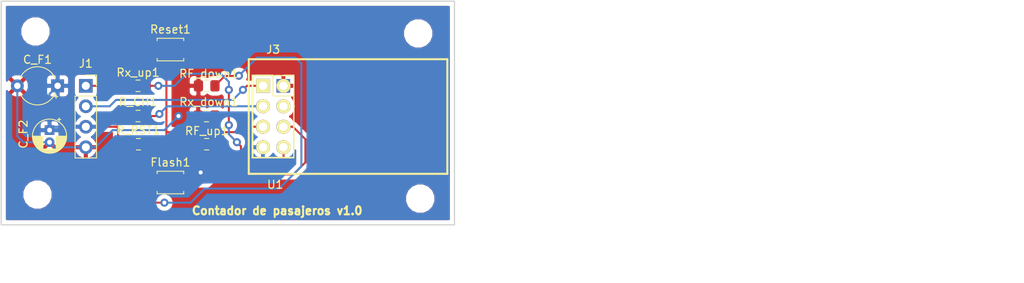
<source format=kicad_pcb>
(kicad_pcb (version 20171130) (host pcbnew "(5.0.0)")

  (general
    (thickness 1.6)
    (drawings 8)
    (tracks 143)
    (zones 0)
    (modules 17)
    (nets 11)
  )

  (page A4)
  (title_block
    (title "Contador de pasajeros")
    (date 2018-10-19)
    (rev 1.0)
    (company GICSAFe)
  )

  (layers
    (0 F.Cu power hide)
    (31 B.Cu power hide)
    (32 B.Adhes user)
    (33 F.Adhes user)
    (34 B.Paste user)
    (35 F.Paste user)
    (36 B.SilkS user)
    (37 F.SilkS user)
    (38 B.Mask user)
    (39 F.Mask user)
    (40 Dwgs.User user)
    (41 Cmts.User user)
    (42 Eco1.User user)
    (43 Eco2.User user)
    (44 Edge.Cuts user)
    (45 Margin user)
    (46 B.CrtYd user)
    (47 F.CrtYd user)
    (48 B.Fab user)
    (49 F.Fab user)
  )

  (setup
    (last_trace_width 0.25)
    (user_trace_width 0.3)
    (user_trace_width 0.5)
    (user_trace_width 0.8)
    (user_trace_width 1)
    (trace_clearance 0.25)
    (zone_clearance 0.508)
    (zone_45_only no)
    (trace_min 0.25)
    (segment_width 0.2)
    (edge_width 0.15)
    (via_size 1)
    (via_drill 0.5)
    (via_min_size 1)
    (via_min_drill 0.5)
    (user_via 1.4 0.7)
    (uvia_size 0.3)
    (uvia_drill 0.1)
    (uvias_allowed no)
    (uvia_min_size 0.2)
    (uvia_min_drill 0.1)
    (pcb_text_width 0.3)
    (pcb_text_size 1.5 1.5)
    (mod_edge_width 0.15)
    (mod_text_size 1 1)
    (mod_text_width 0.15)
    (pad_size 1.524 1.524)
    (pad_drill 0.762)
    (pad_to_mask_clearance 0.2)
    (aux_axis_origin 0 0)
    (visible_elements 7FFFFFFF)
    (pcbplotparams
      (layerselection 0x010fc_ffffffff)
      (usegerberextensions false)
      (usegerberattributes false)
      (usegerberadvancedattributes false)
      (creategerberjobfile false)
      (excludeedgelayer true)
      (linewidth 0.100000)
      (plotframeref false)
      (viasonmask false)
      (mode 1)
      (useauxorigin false)
      (hpglpennumber 1)
      (hpglpenspeed 20)
      (hpglpendiameter 15.000000)
      (psnegative false)
      (psa4output false)
      (plotreference true)
      (plotvalue true)
      (plotinvisibletext false)
      (padsonsilk false)
      (subtractmaskfromsilk false)
      (outputformat 1)
      (mirror false)
      (drillshape 1)
      (scaleselection 1)
      (outputdirectory ""))
  )

  (net 0 "")
  (net 1 GNA)
  (net 2 TXA)
  (net 3 RSA)
  (net 4 CHA)
  (net 5 G0A)
  (net 6 RXA)
  (net 7 G2A)
  (net 8 VCA)
  (net 9 "Net-(Flash1-Pad2)")
  (net 10 Rx)

  (net_class Default "This is the default net class."
    (clearance 0.25)
    (trace_width 0.25)
    (via_dia 1)
    (via_drill 0.5)
    (uvia_dia 0.3)
    (uvia_drill 0.1)
    (diff_pair_gap 0.25)
    (diff_pair_width 0.25)
    (add_net CHA)
    (add_net G0A)
    (add_net G2A)
    (add_net GNA)
    (add_net "Net-(Flash1-Pad2)")
    (add_net RSA)
    (add_net RXA)
    (add_net Rx)
    (add_net TXA)
    (add_net VCA)
  )

  (module ESP8266:ESP-01 (layer F.Cu) (tedit 577EF889) (tstamp 5BBE3413)
    (at 56.5 34.5)
    (descr "Module, ESP-8266, ESP-01, 8 pin")
    (tags "Module ESP-8266 ESP8266")
    (path /5BB470F6)
    (fp_text reference U1 (at 1.5 12.25) (layer F.SilkS)
      (effects (font (size 1 1) (thickness 0.15)))
    )
    (fp_text value ESP01 (at 12.192 3.556) (layer F.Fab)
      (effects (font (size 1 1) (thickness 0.15)))
    )
    (fp_line (start -1.778 -3.302) (end 22.86 -3.302) (layer F.SilkS) (width 0.254))
    (fp_line (start 22.86 -3.302) (end 22.86 10.922) (layer F.SilkS) (width 0.254))
    (fp_line (start 22.86 10.922) (end -1.778 10.922) (layer F.SilkS) (width 0.254))
    (fp_line (start -1.778 10.922) (end -1.778 -3.302) (layer F.SilkS) (width 0.254))
    (fp_line (start -1.778 -3.302) (end 22.86 -3.302) (layer F.Fab) (width 0.05))
    (fp_line (start 22.86 -3.302) (end 22.86 10.922) (layer F.Fab) (width 0.05))
    (fp_line (start 22.86 10.922) (end -1.778 10.922) (layer F.Fab) (width 0.05))
    (fp_line (start -1.778 10.922) (end -1.778 -3.302) (layer F.Fab) (width 0.05))
    (fp_line (start 1.27 -1.27) (end -1.27 -1.27) (layer F.SilkS) (width 0.1524))
    (fp_line (start -1.27 -1.27) (end -1.27 1.27) (layer F.SilkS) (width 0.1524))
    (fp_line (start -1.75 -1.75) (end -1.75 9.4) (layer F.CrtYd) (width 0.05))
    (fp_line (start 4.3 -1.75) (end 4.3 9.4) (layer F.CrtYd) (width 0.05))
    (fp_line (start -1.75 -1.75) (end 4.3 -1.75) (layer F.CrtYd) (width 0.05))
    (fp_line (start -1.75 9.4) (end 4.3 9.4) (layer F.CrtYd) (width 0.05))
    (fp_line (start -1.27 1.27) (end -1.27 8.89) (layer F.SilkS) (width 0.1524))
    (fp_line (start -1.27 8.89) (end 3.81 8.89) (layer F.SilkS) (width 0.1524))
    (fp_line (start 3.81 8.89) (end 3.81 -1.27) (layer F.SilkS) (width 0.1524))
    (fp_line (start 3.81 -1.27) (end 1.27 -1.27) (layer F.SilkS) (width 0.1524))
    (pad 1 thru_hole rect (at 0 0) (size 1.7272 1.7272) (drill 1.016) (layers *.Cu *.Mask F.SilkS)
      (net 2 TXA))
    (pad 2 thru_hole oval (at 2.54 0) (size 1.7272 1.7272) (drill 1.016) (layers *.Cu *.Mask F.SilkS)
      (net 1 GNA))
    (pad 3 thru_hole oval (at 0 2.54) (size 1.7272 1.7272) (drill 1.016) (layers *.Cu *.Mask F.SilkS)
      (net 4 CHA))
    (pad 4 thru_hole oval (at 2.54 2.54) (size 1.7272 1.7272) (drill 1.016) (layers *.Cu *.Mask F.SilkS)
      (net 7 G2A))
    (pad 5 thru_hole oval (at 0 5.08) (size 1.7272 1.7272) (drill 1.016) (layers *.Cu *.Mask F.SilkS)
      (net 3 RSA))
    (pad 6 thru_hole oval (at 2.54 5.08) (size 1.7272 1.7272) (drill 1.016) (layers *.Cu *.Mask F.SilkS)
      (net 5 G0A))
    (pad 7 thru_hole oval (at 0 7.62) (size 1.7272 1.7272) (drill 1.016) (layers *.Cu *.Mask F.SilkS)
      (net 8 VCA))
    (pad 8 thru_hole oval (at 2.54 7.62) (size 1.7272 1.7272) (drill 1.016) (layers *.Cu *.Mask F.SilkS)
      (net 6 RXA))
  )

  (module Connector_PinSocket_2.54mm:PinSocket_1x04_P2.54mm_Vertical (layer F.Cu) (tedit 5A19A429) (tstamp 5BCAD18E)
    (at 34.5 34.5)
    (descr "Through hole straight socket strip, 1x04, 2.54mm pitch, single row (from Kicad 4.0.7), script generated")
    (tags "Through hole socket strip THT 1x04 2.54mm single row")
    (path /5BB1C2B8)
    (fp_text reference J1 (at 0 -2.77) (layer F.SilkS)
      (effects (font (size 1 1) (thickness 0.15)))
    )
    (fp_text value Conector_in (at 0 10.39) (layer F.Fab)
      (effects (font (size 1 1) (thickness 0.15)))
    )
    (fp_line (start -1.27 -1.27) (end 0.635 -1.27) (layer F.Fab) (width 0.1))
    (fp_line (start 0.635 -1.27) (end 1.27 -0.635) (layer F.Fab) (width 0.1))
    (fp_line (start 1.27 -0.635) (end 1.27 8.89) (layer F.Fab) (width 0.1))
    (fp_line (start 1.27 8.89) (end -1.27 8.89) (layer F.Fab) (width 0.1))
    (fp_line (start -1.27 8.89) (end -1.27 -1.27) (layer F.Fab) (width 0.1))
    (fp_line (start -1.33 1.27) (end 1.33 1.27) (layer F.SilkS) (width 0.12))
    (fp_line (start -1.33 1.27) (end -1.33 8.95) (layer F.SilkS) (width 0.12))
    (fp_line (start -1.33 8.95) (end 1.33 8.95) (layer F.SilkS) (width 0.12))
    (fp_line (start 1.33 1.27) (end 1.33 8.95) (layer F.SilkS) (width 0.12))
    (fp_line (start 1.33 -1.33) (end 1.33 0) (layer F.SilkS) (width 0.12))
    (fp_line (start 0 -1.33) (end 1.33 -1.33) (layer F.SilkS) (width 0.12))
    (fp_line (start -1.8 -1.8) (end 1.75 -1.8) (layer F.CrtYd) (width 0.05))
    (fp_line (start 1.75 -1.8) (end 1.75 9.4) (layer F.CrtYd) (width 0.05))
    (fp_line (start 1.75 9.4) (end -1.8 9.4) (layer F.CrtYd) (width 0.05))
    (fp_line (start -1.8 9.4) (end -1.8 -1.8) (layer F.CrtYd) (width 0.05))
    (fp_text user %R (at 0 3.81 90) (layer F.Fab)
      (effects (font (size 1 1) (thickness 0.15)))
    )
    (pad 1 thru_hole rect (at 0 0) (size 1.7 1.7) (drill 1) (layers *.Cu *.Mask)
      (net 10 Rx))
    (pad 2 thru_hole oval (at 0 2.54) (size 1.7 1.7) (drill 1) (layers *.Cu *.Mask)
      (net 2 TXA))
    (pad 3 thru_hole oval (at 0 5.08) (size 1.7 1.7) (drill 1) (layers *.Cu *.Mask)
      (net 8 VCA))
    (pad 4 thru_hole oval (at 0 7.62) (size 1.7 1.7) (drill 1) (layers *.Cu *.Mask)
      (net 1 GNA))
    (model ${KISYS3DMOD}/Connector_PinSocket_2.54mm.3dshapes/PinSocket_1x04_P2.54mm_Vertical.wrl
      (at (xyz 0 0 0))
      (scale (xyz 1 1 1))
      (rotate (xyz 0 0 0))
    )
  )

  (module Connector_PinSocket_2.54mm:PinSocket_2x04_P2.54mm_Vertical (layer F.Cu) (tedit 5A19A422) (tstamp 5BCAD1AC)
    (at 59 34.5)
    (descr "Through hole straight socket strip, 2x04, 2.54mm pitch, double cols (from Kicad 4.0.7), script generated")
    (tags "Through hole socket strip THT 2x04 2.54mm double row")
    (path /5BB8E209)
    (fp_text reference J3 (at -1.25 -4.5) (layer F.SilkS)
      (effects (font (size 1 1) (thickness 0.15)))
    )
    (fp_text value Conector_esp (at 1.5 -2.5) (layer F.Fab)
      (effects (font (size 1 1) (thickness 0.15)))
    )
    (fp_line (start -3.81 -1.27) (end 0.27 -1.27) (layer F.Fab) (width 0.1))
    (fp_line (start 0.27 -1.27) (end 1.27 -0.27) (layer F.Fab) (width 0.1))
    (fp_line (start 1.27 -0.27) (end 1.27 8.89) (layer F.Fab) (width 0.1))
    (fp_line (start 1.27 8.89) (end -3.81 8.89) (layer F.Fab) (width 0.1))
    (fp_line (start -3.81 8.89) (end -3.81 -1.27) (layer F.Fab) (width 0.1))
    (fp_line (start -3.87 -1.33) (end -1.27 -1.33) (layer F.SilkS) (width 0.12))
    (fp_line (start -3.87 -1.33) (end -3.87 8.95) (layer F.SilkS) (width 0.12))
    (fp_line (start -3.87 8.95) (end 1.33 8.95) (layer F.SilkS) (width 0.12))
    (fp_line (start 1.33 1.27) (end 1.33 8.95) (layer F.SilkS) (width 0.12))
    (fp_line (start -1.27 1.27) (end 1.33 1.27) (layer F.SilkS) (width 0.12))
    (fp_line (start -1.27 -1.33) (end -1.27 1.27) (layer F.SilkS) (width 0.12))
    (fp_line (start 1.33 -1.33) (end 1.33 0) (layer F.SilkS) (width 0.12))
    (fp_line (start 0 -1.33) (end 1.33 -1.33) (layer F.SilkS) (width 0.12))
    (fp_line (start -4.34 -1.8) (end 1.76 -1.8) (layer F.CrtYd) (width 0.05))
    (fp_line (start 1.76 -1.8) (end 1.76 9.4) (layer F.CrtYd) (width 0.05))
    (fp_line (start 1.76 9.4) (end -4.34 9.4) (layer F.CrtYd) (width 0.05))
    (fp_line (start -4.34 9.4) (end -4.34 -1.8) (layer F.CrtYd) (width 0.05))
    (fp_text user %R (at -1.27 3.81 90) (layer F.Fab)
      (effects (font (size 1 1) (thickness 0.15)))
    )
    (pad 1 thru_hole rect (at 0 0) (size 1.7 1.7) (drill 1) (layers *.Cu *.Mask)
      (net 1 GNA))
    (pad 2 thru_hole oval (at -2.54 0) (size 1.7 1.7) (drill 1) (layers *.Cu *.Mask)
      (net 2 TXA))
    (pad 3 thru_hole oval (at 0 2.54) (size 1.7 1.7) (drill 1) (layers *.Cu *.Mask)
      (net 7 G2A))
    (pad 4 thru_hole oval (at -2.54 2.54) (size 1.7 1.7) (drill 1) (layers *.Cu *.Mask)
      (net 4 CHA))
    (pad 5 thru_hole oval (at 0 5.08) (size 1.7 1.7) (drill 1) (layers *.Cu *.Mask)
      (net 5 G0A))
    (pad 6 thru_hole oval (at -2.54 5.08) (size 1.7 1.7) (drill 1) (layers *.Cu *.Mask)
      (net 3 RSA))
    (pad 7 thru_hole oval (at 0 7.62) (size 1.7 1.7) (drill 1) (layers *.Cu *.Mask)
      (net 6 RXA))
    (pad 8 thru_hole oval (at -2.54 7.62) (size 1.7 1.7) (drill 1) (layers *.Cu *.Mask)
      (net 8 VCA))
    (model ${KISYS3DMOD}/Connector_PinSocket_2.54mm.3dshapes/PinSocket_2x04_P2.54mm_Vertical.wrl
      (at (xyz 0 0 0))
      (scale (xyz 1 1 1))
      (rotate (xyz 0 0 0))
    )
  )

  (module Button_Switch_SMD:SW_SPST_B3U-1000P (layer F.Cu) (tedit 5A02FC95) (tstamp 5BCAD1F0)
    (at 45 30)
    (descr "Ultra-small-sized Tactile Switch with High Contact Reliability, Top-actuated Model, without Ground Terminal, without Boss")
    (tags "Tactile Switch")
    (path /5BB951CA)
    (attr smd)
    (fp_text reference Reset1 (at 0 -2.5) (layer F.SilkS)
      (effects (font (size 1 1) (thickness 0.15)))
    )
    (fp_text value Jumper (at 0 -0.25) (layer F.Fab)
      (effects (font (size 1 1) (thickness 0.15)))
    )
    (fp_text user %R (at 0 -2.5) (layer F.Fab)
      (effects (font (size 1 1) (thickness 0.15)))
    )
    (fp_line (start -2.4 1.65) (end 2.4 1.65) (layer F.CrtYd) (width 0.05))
    (fp_line (start 2.4 1.65) (end 2.4 -1.65) (layer F.CrtYd) (width 0.05))
    (fp_line (start 2.4 -1.65) (end -2.4 -1.65) (layer F.CrtYd) (width 0.05))
    (fp_line (start -2.4 -1.65) (end -2.4 1.65) (layer F.CrtYd) (width 0.05))
    (fp_line (start -1.65 1.1) (end -1.65 1.4) (layer F.SilkS) (width 0.12))
    (fp_line (start -1.65 1.4) (end 1.65 1.4) (layer F.SilkS) (width 0.12))
    (fp_line (start 1.65 1.4) (end 1.65 1.1) (layer F.SilkS) (width 0.12))
    (fp_line (start -1.65 -1.1) (end -1.65 -1.4) (layer F.SilkS) (width 0.12))
    (fp_line (start -1.65 -1.4) (end 1.65 -1.4) (layer F.SilkS) (width 0.12))
    (fp_line (start 1.65 -1.4) (end 1.65 -1.1) (layer F.SilkS) (width 0.12))
    (fp_line (start -1.5 -1.25) (end 1.5 -1.25) (layer F.Fab) (width 0.1))
    (fp_line (start 1.5 -1.25) (end 1.5 1.25) (layer F.Fab) (width 0.1))
    (fp_line (start 1.5 1.25) (end -1.5 1.25) (layer F.Fab) (width 0.1))
    (fp_line (start -1.5 1.25) (end -1.5 -1.25) (layer F.Fab) (width 0.1))
    (fp_circle (center 0 0) (end 0.75 0) (layer F.Fab) (width 0.1))
    (pad 1 smd rect (at -1.7 0) (size 0.9 1.7) (layers F.Cu F.Paste F.Mask)
      (net 3 RSA))
    (pad 2 smd rect (at 1.7 0) (size 0.9 1.7) (layers F.Cu F.Paste F.Mask)
      (net 1 GNA))
    (model ${KISYS3DMOD}/Button_Switch_SMD.3dshapes/SW_SPST_B3U-1000P.wrl
      (at (xyz 0 0 0))
      (scale (xyz 1 1 1))
      (rotate (xyz 0 0 0))
    )
  )

  (module Capacitor_THT:CP_Radial_Tantal_D4.5mm_P5.00mm (layer F.Cu) (tedit 5AE50EF0) (tstamp 5BCAD482)
    (at 31 34.5 180)
    (descr "CP, Radial_Tantal series, Radial, pin pitch=5.00mm, , diameter=4.5mm, Tantal Electrolytic Capacitor, http://cdn-reichelt.de/documents/datenblatt/B300/TANTAL-TB-Serie%23.pdf")
    (tags "CP Radial_Tantal series Radial pin pitch 5.00mm  diameter 4.5mm Tantal Electrolytic Capacitor")
    (path /5BBE4CB7)
    (fp_text reference C_F1 (at 2.5 3.25 180) (layer F.SilkS)
      (effects (font (size 1 1) (thickness 0.15)))
    )
    (fp_text value 100n (at 2.5 0 180) (layer F.Fab)
      (effects (font (size 1 1) (thickness 0.15)))
    )
    (fp_arc (start 2.5 0) (end 0.380259 -1.06) (angle 126.864288) (layer F.SilkS) (width 0.12))
    (fp_arc (start 2.5 0) (end 0.380259 1.06) (angle -126.864288) (layer F.SilkS) (width 0.12))
    (fp_circle (center 2.5 0) (end 4.75 0) (layer F.Fab) (width 0.1))
    (fp_circle (center 2.5 0) (end 6.22 0) (layer F.CrtYd) (width 0.05))
    (fp_line (start 0.58192 -0.9775) (end 1.03192 -0.9775) (layer F.Fab) (width 0.1))
    (fp_line (start 0.80692 -1.2025) (end 0.80692 -0.7525) (layer F.Fab) (width 0.1))
    (fp_line (start -0.037288 -1.335) (end 0.412712 -1.335) (layer F.SilkS) (width 0.12))
    (fp_line (start 0.187712 -1.56) (end 0.187712 -1.11) (layer F.SilkS) (width 0.12))
    (fp_text user %R (at 2.5 3.25 180) (layer F.Fab)
      (effects (font (size 0.9 0.9) (thickness 0.135)))
    )
    (pad 1 thru_hole rect (at 0 0 180) (size 1.6 1.6) (drill 0.8) (layers *.Cu *.Mask)
      (net 8 VCA))
    (pad 2 thru_hole circle (at 5 0 180) (size 1.6 1.6) (drill 0.8) (layers *.Cu *.Mask)
      (net 1 GNA))
    (model ${KISYS3DMOD}/Capacitor_THT.3dshapes/CP_Radial_Tantal_D4.5mm_P5.00mm.wrl
      (at (xyz 0 0 0))
      (scale (xyz 1 1 1))
      (rotate (xyz 0 0 0))
    )
  )

  (module Capacitor_THT:CP_Radial_D4.0mm_P1.50mm (layer F.Cu) (tedit 5AE50EF0) (tstamp 5BCAD4ED)
    (at 30 40 270)
    (descr "CP, Radial series, Radial, pin pitch=1.50mm, , diameter=4mm, Electrolytic Capacitor")
    (tags "CP Radial series Radial pin pitch 1.50mm  diameter 4mm Electrolytic Capacitor")
    (path /5BA81F77)
    (fp_text reference C_F2 (at 0.5 3.25 270) (layer F.SilkS)
      (effects (font (size 1 1) (thickness 0.15)))
    )
    (fp_text value 100u (at 3.75 0) (layer F.Fab)
      (effects (font (size 1 1) (thickness 0.15)))
    )
    (fp_circle (center 0.75 0) (end 2.75 0) (layer F.Fab) (width 0.1))
    (fp_circle (center 0.75 0) (end 2.87 0) (layer F.SilkS) (width 0.12))
    (fp_circle (center 0.75 0) (end 3 0) (layer F.CrtYd) (width 0.05))
    (fp_line (start -0.952554 -0.8675) (end -0.552554 -0.8675) (layer F.Fab) (width 0.1))
    (fp_line (start -0.752554 -1.0675) (end -0.752554 -0.6675) (layer F.Fab) (width 0.1))
    (fp_line (start 0.75 0.84) (end 0.75 2.08) (layer F.SilkS) (width 0.12))
    (fp_line (start 0.75 -2.08) (end 0.75 -0.84) (layer F.SilkS) (width 0.12))
    (fp_line (start 0.79 0.84) (end 0.79 2.08) (layer F.SilkS) (width 0.12))
    (fp_line (start 0.79 -2.08) (end 0.79 -0.84) (layer F.SilkS) (width 0.12))
    (fp_line (start 0.83 0.84) (end 0.83 2.079) (layer F.SilkS) (width 0.12))
    (fp_line (start 0.83 -2.079) (end 0.83 -0.84) (layer F.SilkS) (width 0.12))
    (fp_line (start 0.87 -2.077) (end 0.87 -0.84) (layer F.SilkS) (width 0.12))
    (fp_line (start 0.87 0.84) (end 0.87 2.077) (layer F.SilkS) (width 0.12))
    (fp_line (start 0.91 -2.074) (end 0.91 -0.84) (layer F.SilkS) (width 0.12))
    (fp_line (start 0.91 0.84) (end 0.91 2.074) (layer F.SilkS) (width 0.12))
    (fp_line (start 0.95 -2.071) (end 0.95 -0.84) (layer F.SilkS) (width 0.12))
    (fp_line (start 0.95 0.84) (end 0.95 2.071) (layer F.SilkS) (width 0.12))
    (fp_line (start 0.99 -2.067) (end 0.99 -0.84) (layer F.SilkS) (width 0.12))
    (fp_line (start 0.99 0.84) (end 0.99 2.067) (layer F.SilkS) (width 0.12))
    (fp_line (start 1.03 -2.062) (end 1.03 -0.84) (layer F.SilkS) (width 0.12))
    (fp_line (start 1.03 0.84) (end 1.03 2.062) (layer F.SilkS) (width 0.12))
    (fp_line (start 1.07 -2.056) (end 1.07 -0.84) (layer F.SilkS) (width 0.12))
    (fp_line (start 1.07 0.84) (end 1.07 2.056) (layer F.SilkS) (width 0.12))
    (fp_line (start 1.11 -2.05) (end 1.11 -0.84) (layer F.SilkS) (width 0.12))
    (fp_line (start 1.11 0.84) (end 1.11 2.05) (layer F.SilkS) (width 0.12))
    (fp_line (start 1.15 -2.042) (end 1.15 -0.84) (layer F.SilkS) (width 0.12))
    (fp_line (start 1.15 0.84) (end 1.15 2.042) (layer F.SilkS) (width 0.12))
    (fp_line (start 1.19 -2.034) (end 1.19 -0.84) (layer F.SilkS) (width 0.12))
    (fp_line (start 1.19 0.84) (end 1.19 2.034) (layer F.SilkS) (width 0.12))
    (fp_line (start 1.23 -2.025) (end 1.23 -0.84) (layer F.SilkS) (width 0.12))
    (fp_line (start 1.23 0.84) (end 1.23 2.025) (layer F.SilkS) (width 0.12))
    (fp_line (start 1.27 -2.016) (end 1.27 -0.84) (layer F.SilkS) (width 0.12))
    (fp_line (start 1.27 0.84) (end 1.27 2.016) (layer F.SilkS) (width 0.12))
    (fp_line (start 1.31 -2.005) (end 1.31 -0.84) (layer F.SilkS) (width 0.12))
    (fp_line (start 1.31 0.84) (end 1.31 2.005) (layer F.SilkS) (width 0.12))
    (fp_line (start 1.35 -1.994) (end 1.35 -0.84) (layer F.SilkS) (width 0.12))
    (fp_line (start 1.35 0.84) (end 1.35 1.994) (layer F.SilkS) (width 0.12))
    (fp_line (start 1.39 -1.982) (end 1.39 -0.84) (layer F.SilkS) (width 0.12))
    (fp_line (start 1.39 0.84) (end 1.39 1.982) (layer F.SilkS) (width 0.12))
    (fp_line (start 1.43 -1.968) (end 1.43 -0.84) (layer F.SilkS) (width 0.12))
    (fp_line (start 1.43 0.84) (end 1.43 1.968) (layer F.SilkS) (width 0.12))
    (fp_line (start 1.471 -1.954) (end 1.471 -0.84) (layer F.SilkS) (width 0.12))
    (fp_line (start 1.471 0.84) (end 1.471 1.954) (layer F.SilkS) (width 0.12))
    (fp_line (start 1.511 -1.94) (end 1.511 -0.84) (layer F.SilkS) (width 0.12))
    (fp_line (start 1.511 0.84) (end 1.511 1.94) (layer F.SilkS) (width 0.12))
    (fp_line (start 1.551 -1.924) (end 1.551 -0.84) (layer F.SilkS) (width 0.12))
    (fp_line (start 1.551 0.84) (end 1.551 1.924) (layer F.SilkS) (width 0.12))
    (fp_line (start 1.591 -1.907) (end 1.591 -0.84) (layer F.SilkS) (width 0.12))
    (fp_line (start 1.591 0.84) (end 1.591 1.907) (layer F.SilkS) (width 0.12))
    (fp_line (start 1.631 -1.889) (end 1.631 -0.84) (layer F.SilkS) (width 0.12))
    (fp_line (start 1.631 0.84) (end 1.631 1.889) (layer F.SilkS) (width 0.12))
    (fp_line (start 1.671 -1.87) (end 1.671 -0.84) (layer F.SilkS) (width 0.12))
    (fp_line (start 1.671 0.84) (end 1.671 1.87) (layer F.SilkS) (width 0.12))
    (fp_line (start 1.711 -1.851) (end 1.711 -0.84) (layer F.SilkS) (width 0.12))
    (fp_line (start 1.711 0.84) (end 1.711 1.851) (layer F.SilkS) (width 0.12))
    (fp_line (start 1.751 -1.83) (end 1.751 -0.84) (layer F.SilkS) (width 0.12))
    (fp_line (start 1.751 0.84) (end 1.751 1.83) (layer F.SilkS) (width 0.12))
    (fp_line (start 1.791 -1.808) (end 1.791 -0.84) (layer F.SilkS) (width 0.12))
    (fp_line (start 1.791 0.84) (end 1.791 1.808) (layer F.SilkS) (width 0.12))
    (fp_line (start 1.831 -1.785) (end 1.831 -0.84) (layer F.SilkS) (width 0.12))
    (fp_line (start 1.831 0.84) (end 1.831 1.785) (layer F.SilkS) (width 0.12))
    (fp_line (start 1.871 -1.76) (end 1.871 -0.84) (layer F.SilkS) (width 0.12))
    (fp_line (start 1.871 0.84) (end 1.871 1.76) (layer F.SilkS) (width 0.12))
    (fp_line (start 1.911 -1.735) (end 1.911 -0.84) (layer F.SilkS) (width 0.12))
    (fp_line (start 1.911 0.84) (end 1.911 1.735) (layer F.SilkS) (width 0.12))
    (fp_line (start 1.951 -1.708) (end 1.951 -0.84) (layer F.SilkS) (width 0.12))
    (fp_line (start 1.951 0.84) (end 1.951 1.708) (layer F.SilkS) (width 0.12))
    (fp_line (start 1.991 -1.68) (end 1.991 -0.84) (layer F.SilkS) (width 0.12))
    (fp_line (start 1.991 0.84) (end 1.991 1.68) (layer F.SilkS) (width 0.12))
    (fp_line (start 2.031 -1.65) (end 2.031 -0.84) (layer F.SilkS) (width 0.12))
    (fp_line (start 2.031 0.84) (end 2.031 1.65) (layer F.SilkS) (width 0.12))
    (fp_line (start 2.071 -1.619) (end 2.071 -0.84) (layer F.SilkS) (width 0.12))
    (fp_line (start 2.071 0.84) (end 2.071 1.619) (layer F.SilkS) (width 0.12))
    (fp_line (start 2.111 -1.587) (end 2.111 -0.84) (layer F.SilkS) (width 0.12))
    (fp_line (start 2.111 0.84) (end 2.111 1.587) (layer F.SilkS) (width 0.12))
    (fp_line (start 2.151 -1.552) (end 2.151 -0.84) (layer F.SilkS) (width 0.12))
    (fp_line (start 2.151 0.84) (end 2.151 1.552) (layer F.SilkS) (width 0.12))
    (fp_line (start 2.191 -1.516) (end 2.191 -0.84) (layer F.SilkS) (width 0.12))
    (fp_line (start 2.191 0.84) (end 2.191 1.516) (layer F.SilkS) (width 0.12))
    (fp_line (start 2.231 -1.478) (end 2.231 -0.84) (layer F.SilkS) (width 0.12))
    (fp_line (start 2.231 0.84) (end 2.231 1.478) (layer F.SilkS) (width 0.12))
    (fp_line (start 2.271 -1.438) (end 2.271 -0.84) (layer F.SilkS) (width 0.12))
    (fp_line (start 2.271 0.84) (end 2.271 1.438) (layer F.SilkS) (width 0.12))
    (fp_line (start 2.311 -1.396) (end 2.311 -0.84) (layer F.SilkS) (width 0.12))
    (fp_line (start 2.311 0.84) (end 2.311 1.396) (layer F.SilkS) (width 0.12))
    (fp_line (start 2.351 -1.351) (end 2.351 1.351) (layer F.SilkS) (width 0.12))
    (fp_line (start 2.391 -1.304) (end 2.391 1.304) (layer F.SilkS) (width 0.12))
    (fp_line (start 2.431 -1.254) (end 2.431 1.254) (layer F.SilkS) (width 0.12))
    (fp_line (start 2.471 -1.2) (end 2.471 1.2) (layer F.SilkS) (width 0.12))
    (fp_line (start 2.511 -1.142) (end 2.511 1.142) (layer F.SilkS) (width 0.12))
    (fp_line (start 2.551 -1.08) (end 2.551 1.08) (layer F.SilkS) (width 0.12))
    (fp_line (start 2.591 -1.013) (end 2.591 1.013) (layer F.SilkS) (width 0.12))
    (fp_line (start 2.631 -0.94) (end 2.631 0.94) (layer F.SilkS) (width 0.12))
    (fp_line (start 2.671 -0.859) (end 2.671 0.859) (layer F.SilkS) (width 0.12))
    (fp_line (start 2.711 -0.768) (end 2.711 0.768) (layer F.SilkS) (width 0.12))
    (fp_line (start 2.751 -0.664) (end 2.751 0.664) (layer F.SilkS) (width 0.12))
    (fp_line (start 2.791 -0.537) (end 2.791 0.537) (layer F.SilkS) (width 0.12))
    (fp_line (start 2.831 -0.37) (end 2.831 0.37) (layer F.SilkS) (width 0.12))
    (fp_line (start -1.519801 -1.195) (end -1.119801 -1.195) (layer F.SilkS) (width 0.12))
    (fp_line (start -1.319801 -1.395) (end -1.319801 -0.995) (layer F.SilkS) (width 0.12))
    (fp_text user %R (at 0.75 0 270) (layer F.Fab)
      (effects (font (size 0.8 0.8) (thickness 0.12)))
    )
    (pad 1 thru_hole rect (at 0 0 270) (size 1.2 1.2) (drill 0.6) (layers *.Cu *.Mask)
      (net 8 VCA))
    (pad 2 thru_hole circle (at 1.5 0 270) (size 1.2 1.2) (drill 0.6) (layers *.Cu *.Mask)
      (net 1 GNA))
    (model ${KISYS3DMOD}/Capacitor_THT.3dshapes/CP_Radial_D4.0mm_P1.50mm.wrl
      (at (xyz 0 0 0))
      (scale (xyz 1 1 1))
      (rotate (xyz 0 0 0))
    )
  )

  (module Button_Switch_SMD:SW_SPST_B3U-1000P (layer F.Cu) (tedit 5A02FC95) (tstamp 5BCAD503)
    (at 45 46.5 180)
    (descr "Ultra-small-sized Tactile Switch with High Contact Reliability, Top-actuated Model, without Ground Terminal, without Boss")
    (tags "Tactile Switch")
    (path /5BB8F7EE)
    (attr smd)
    (fp_text reference Flash1 (at 0 2.5 180) (layer F.SilkS)
      (effects (font (size 1 1) (thickness 0.15)))
    )
    (fp_text value Jumper (at 0 0.25 180) (layer F.Fab)
      (effects (font (size 1 1) (thickness 0.15)))
    )
    (fp_text user %R (at 0 0.25 180) (layer F.Fab)
      (effects (font (size 1 1) (thickness 0.15)))
    )
    (fp_line (start -2.4 1.65) (end 2.4 1.65) (layer F.CrtYd) (width 0.05))
    (fp_line (start 2.4 1.65) (end 2.4 -1.65) (layer F.CrtYd) (width 0.05))
    (fp_line (start 2.4 -1.65) (end -2.4 -1.65) (layer F.CrtYd) (width 0.05))
    (fp_line (start -2.4 -1.65) (end -2.4 1.65) (layer F.CrtYd) (width 0.05))
    (fp_line (start -1.65 1.1) (end -1.65 1.4) (layer F.SilkS) (width 0.12))
    (fp_line (start -1.65 1.4) (end 1.65 1.4) (layer F.SilkS) (width 0.12))
    (fp_line (start 1.65 1.4) (end 1.65 1.1) (layer F.SilkS) (width 0.12))
    (fp_line (start -1.65 -1.1) (end -1.65 -1.4) (layer F.SilkS) (width 0.12))
    (fp_line (start -1.65 -1.4) (end 1.65 -1.4) (layer F.SilkS) (width 0.12))
    (fp_line (start 1.65 -1.4) (end 1.65 -1.1) (layer F.SilkS) (width 0.12))
    (fp_line (start -1.5 -1.25) (end 1.5 -1.25) (layer F.Fab) (width 0.1))
    (fp_line (start 1.5 -1.25) (end 1.5 1.25) (layer F.Fab) (width 0.1))
    (fp_line (start 1.5 1.25) (end -1.5 1.25) (layer F.Fab) (width 0.1))
    (fp_line (start -1.5 1.25) (end -1.5 -1.25) (layer F.Fab) (width 0.1))
    (fp_circle (center 0 0) (end 0.75 0) (layer F.Fab) (width 0.1))
    (pad 1 smd rect (at -1.7 0 180) (size 0.9 1.7) (layers F.Cu F.Paste F.Mask)
      (net 5 G0A))
    (pad 2 smd rect (at 1.7 0 180) (size 0.9 1.7) (layers F.Cu F.Paste F.Mask)
      (net 9 "Net-(Flash1-Pad2)"))
    (model ${KISYS3DMOD}/Button_Switch_SMD.3dshapes/SW_SPST_B3U-1000P.wrl
      (at (xyz 0 0 0))
      (scale (xyz 1 1 1))
      (rotate (xyz 0 0 0))
    )
  )

  (module Resistor_SMD:R_0805_2012Metric_Pad1.15x1.40mm_HandSolder (layer F.Cu) (tedit 5B36C52B) (tstamp 5BCAD65D)
    (at 49.5 41.75)
    (descr "Resistor SMD 0805 (2012 Metric), square (rectangular) end terminal, IPC_7351 nominal with elongated pad for handsoldering. (Body size source: https://docs.google.com/spreadsheets/d/1BsfQQcO9C6DZCsRaXUlFlo91Tg2WpOkGARC1WS5S8t0/edit?usp=sharing), generated with kicad-footprint-generator")
    (tags "resistor handsolder")
    (path /5BA7E78D)
    (attr smd)
    (fp_text reference RF_up1 (at 0 -1.65) (layer F.SilkS)
      (effects (font (size 1 1) (thickness 0.15)))
    )
    (fp_text value 3k3 (at 0.025 0) (layer F.Fab)
      (effects (font (size 1 1) (thickness 0.15)))
    )
    (fp_line (start -1 0.6) (end -1 -0.6) (layer F.Fab) (width 0.1))
    (fp_line (start -1 -0.6) (end 1 -0.6) (layer F.Fab) (width 0.1))
    (fp_line (start 1 -0.6) (end 1 0.6) (layer F.Fab) (width 0.1))
    (fp_line (start 1 0.6) (end -1 0.6) (layer F.Fab) (width 0.1))
    (fp_line (start -0.261252 -0.71) (end 0.261252 -0.71) (layer F.SilkS) (width 0.12))
    (fp_line (start -0.261252 0.71) (end 0.261252 0.71) (layer F.SilkS) (width 0.12))
    (fp_line (start -1.85 0.95) (end -1.85 -0.95) (layer F.CrtYd) (width 0.05))
    (fp_line (start -1.85 -0.95) (end 1.85 -0.95) (layer F.CrtYd) (width 0.05))
    (fp_line (start 1.85 -0.95) (end 1.85 0.95) (layer F.CrtYd) (width 0.05))
    (fp_line (start 1.85 0.95) (end -1.85 0.95) (layer F.CrtYd) (width 0.05))
    (fp_text user %R (at 0 0) (layer F.Fab)
      (effects (font (size 0.5 0.5) (thickness 0.08)))
    )
    (pad 1 smd roundrect (at -1.025 0) (size 1.15 1.4) (layers F.Cu F.Paste F.Mask) (roundrect_rratio 0.217391)
      (net 8 VCA))
    (pad 2 smd roundrect (at 1.025 0) (size 1.15 1.4) (layers F.Cu F.Paste F.Mask) (roundrect_rratio 0.217391)
      (net 5 G0A))
    (model ${KISYS3DMOD}/Resistor_SMD.3dshapes/R_0805_2012Metric.wrl
      (at (xyz 0 0 0))
      (scale (xyz 1 1 1))
      (rotate (xyz 0 0 0))
    )
  )

  (module Resistor_SMD:R_0805_2012Metric_Pad1.15x1.40mm_HandSolder (layer F.Cu) (tedit 5B36C52B) (tstamp 5BCAD798)
    (at 40.975 38.25 180)
    (descr "Resistor SMD 0805 (2012 Metric), square (rectangular) end terminal, IPC_7351 nominal with elongated pad for handsoldering. (Body size source: https://docs.google.com/spreadsheets/d/1BsfQQcO9C6DZCsRaXUlFlo91Tg2WpOkGARC1WS5S8t0/edit?usp=sharing), generated with kicad-footprint-generator")
    (tags "resistor handsolder")
    (path /5BA7E767)
    (attr smd)
    (fp_text reference R_CH1 (at 0 1.75 180) (layer F.SilkS)
      (effects (font (size 1 1) (thickness 0.15)))
    )
    (fp_text value 3k3 (at -0.025 0 180) (layer F.Fab)
      (effects (font (size 1 1) (thickness 0.15)))
    )
    (fp_text user %R (at 0 0 180) (layer F.Fab)
      (effects (font (size 0.5 0.5) (thickness 0.08)))
    )
    (fp_line (start 1.85 0.95) (end -1.85 0.95) (layer F.CrtYd) (width 0.05))
    (fp_line (start 1.85 -0.95) (end 1.85 0.95) (layer F.CrtYd) (width 0.05))
    (fp_line (start -1.85 -0.95) (end 1.85 -0.95) (layer F.CrtYd) (width 0.05))
    (fp_line (start -1.85 0.95) (end -1.85 -0.95) (layer F.CrtYd) (width 0.05))
    (fp_line (start -0.261252 0.71) (end 0.261252 0.71) (layer F.SilkS) (width 0.12))
    (fp_line (start -0.261252 -0.71) (end 0.261252 -0.71) (layer F.SilkS) (width 0.12))
    (fp_line (start 1 0.6) (end -1 0.6) (layer F.Fab) (width 0.1))
    (fp_line (start 1 -0.6) (end 1 0.6) (layer F.Fab) (width 0.1))
    (fp_line (start -1 -0.6) (end 1 -0.6) (layer F.Fab) (width 0.1))
    (fp_line (start -1 0.6) (end -1 -0.6) (layer F.Fab) (width 0.1))
    (pad 2 smd roundrect (at 1.025 0 180) (size 1.15 1.4) (layers F.Cu F.Paste F.Mask) (roundrect_rratio 0.217391)
      (net 8 VCA))
    (pad 1 smd roundrect (at -1.025 0 180) (size 1.15 1.4) (layers F.Cu F.Paste F.Mask) (roundrect_rratio 0.217391)
      (net 4 CHA))
    (model ${KISYS3DMOD}/Resistor_SMD.3dshapes/R_0805_2012Metric.wrl
      (at (xyz 0 0 0))
      (scale (xyz 1 1 1))
      (rotate (xyz 0 0 0))
    )
  )

  (module Resistor_SMD:R_0805_2012Metric_Pad1.15x1.40mm_HandSolder (layer F.Cu) (tedit 5BCA1C8B) (tstamp 5BCAD7A9)
    (at 41.025 41.75 180)
    (descr "Resistor SMD 0805 (2012 Metric), square (rectangular) end terminal, IPC_7351 nominal with elongated pad for handsoldering. (Body size source: https://docs.google.com/spreadsheets/d/1BsfQQcO9C6DZCsRaXUlFlo91Tg2WpOkGARC1WS5S8t0/edit?usp=sharing), generated with kicad-footprint-generator")
    (tags "resistor handsolder")
    (path /5BA7DBAB)
    (attr smd)
    (fp_text reference R_RST1 (at 0.025 1.75 180) (layer F.SilkS)
      (effects (font (size 1 1) (thickness 0.15)))
    )
    (fp_text value 3k3 (at 0.025 0 180) (layer F.Fab)
      (effects (font (size 1 1) (thickness 0.15)))
    )
    (fp_line (start -1 0.6) (end -1 -0.6) (layer F.Fab) (width 0.1))
    (fp_line (start -1 -0.6) (end 1 -0.6) (layer F.Fab) (width 0.1))
    (fp_line (start 1 -0.6) (end 1 0.6) (layer F.Fab) (width 0.1))
    (fp_line (start 1 0.6) (end -1 0.6) (layer F.Fab) (width 0.1))
    (fp_line (start -0.261252 -0.71) (end 0.261252 -0.71) (layer F.SilkS) (width 0.12))
    (fp_line (start -0.261252 0.71) (end 0.261252 0.71) (layer F.SilkS) (width 0.12))
    (fp_line (start -1.85 0.95) (end -1.85 -0.95) (layer F.CrtYd) (width 0.05))
    (fp_line (start -1.85 -0.95) (end 1.85 -0.95) (layer F.CrtYd) (width 0.05))
    (fp_line (start 1.85 -0.95) (end 1.85 0.95) (layer F.CrtYd) (width 0.05))
    (fp_line (start 1.85 0.95) (end -1.85 0.95) (layer F.CrtYd) (width 0.05))
    (fp_text user %R (at 0 0 180) (layer F.Fab)
      (effects (font (size 0.5 0.5) (thickness 0.08)))
    )
    (pad 1 smd roundrect (at -1.025 0 180) (size 1.15 1.4) (layers F.Cu F.Paste F.Mask) (roundrect_rratio 0.217391)
      (net 3 RSA))
    (pad 2 smd roundrect (at 1.025 0 180) (size 1.15 1.4) (layers F.Cu F.Paste F.Mask) (roundrect_rratio 0.217391)
      (net 8 VCA))
    (model ${KISYS3DMOD}/Resistor_SMD.3dshapes/R_0805_2012Metric.wrl
      (at (xyz 0 0 0))
      (scale (xyz 1 1 1))
      (rotate (xyz 0 0 0))
    )
  )

  (module Resistor_SMD:R_0805_2012Metric_Pad1.15x1.40mm_HandSolder (layer F.Cu) (tedit 5B36C52B) (tstamp 5BCAD7BA)
    (at 49.5 34.5 180)
    (descr "Resistor SMD 0805 (2012 Metric), square (rectangular) end terminal, IPC_7351 nominal with elongated pad for handsoldering. (Body size source: https://docs.google.com/spreadsheets/d/1BsfQQcO9C6DZCsRaXUlFlo91Tg2WpOkGARC1WS5S8t0/edit?usp=sharing), generated with kicad-footprint-generator")
    (tags "resistor handsolder")
    (path /5BB8F884)
    (attr smd)
    (fp_text reference RF_down1 (at -0.25 1.5 180) (layer F.SilkS)
      (effects (font (size 1 1) (thickness 0.15)))
    )
    (fp_text value 470 (at 0 0 180) (layer F.Fab)
      (effects (font (size 1 1) (thickness 0.15)))
    )
    (fp_line (start -1 0.6) (end -1 -0.6) (layer F.Fab) (width 0.1))
    (fp_line (start -1 -0.6) (end 1 -0.6) (layer F.Fab) (width 0.1))
    (fp_line (start 1 -0.6) (end 1 0.6) (layer F.Fab) (width 0.1))
    (fp_line (start 1 0.6) (end -1 0.6) (layer F.Fab) (width 0.1))
    (fp_line (start -0.261252 -0.71) (end 0.261252 -0.71) (layer F.SilkS) (width 0.12))
    (fp_line (start -0.261252 0.71) (end 0.261252 0.71) (layer F.SilkS) (width 0.12))
    (fp_line (start -1.85 0.95) (end -1.85 -0.95) (layer F.CrtYd) (width 0.05))
    (fp_line (start -1.85 -0.95) (end 1.85 -0.95) (layer F.CrtYd) (width 0.05))
    (fp_line (start 1.85 -0.95) (end 1.85 0.95) (layer F.CrtYd) (width 0.05))
    (fp_line (start 1.85 0.95) (end -1.85 0.95) (layer F.CrtYd) (width 0.05))
    (fp_text user %R (at 0 0 180) (layer F.Fab)
      (effects (font (size 0.5 0.5) (thickness 0.08)))
    )
    (pad 1 smd roundrect (at -1.025 0 180) (size 1.15 1.4) (layers F.Cu F.Paste F.Mask) (roundrect_rratio 0.217391)
      (net 9 "Net-(Flash1-Pad2)"))
    (pad 2 smd roundrect (at 1.025 0 180) (size 1.15 1.4) (layers F.Cu F.Paste F.Mask) (roundrect_rratio 0.217391)
      (net 1 GNA))
    (model ${KISYS3DMOD}/Resistor_SMD.3dshapes/R_0805_2012Metric.wrl
      (at (xyz 0 0 0))
      (scale (xyz 1 1 1))
      (rotate (xyz 0 0 0))
    )
  )

  (module Resistor_SMD:R_0805_2012Metric_Pad1.15x1.40mm_HandSolder (layer F.Cu) (tedit 5B36C52B) (tstamp 5BCAD7CB)
    (at 49.475 38.25 180)
    (descr "Resistor SMD 0805 (2012 Metric), square (rectangular) end terminal, IPC_7351 nominal with elongated pad for handsoldering. (Body size source: https://docs.google.com/spreadsheets/d/1BsfQQcO9C6DZCsRaXUlFlo91Tg2WpOkGARC1WS5S8t0/edit?usp=sharing), generated with kicad-footprint-generator")
    (tags "resistor handsolder")
    (path /5BA827CB)
    (attr smd)
    (fp_text reference Rx_down1 (at -0.275 1.75 180) (layer F.SilkS)
      (effects (font (size 1 1) (thickness 0.15)))
    )
    (fp_text value 2k (at 0 0 180) (layer F.Fab)
      (effects (font (size 1 1) (thickness 0.15)))
    )
    (fp_line (start -1 0.6) (end -1 -0.6) (layer F.Fab) (width 0.1))
    (fp_line (start -1 -0.6) (end 1 -0.6) (layer F.Fab) (width 0.1))
    (fp_line (start 1 -0.6) (end 1 0.6) (layer F.Fab) (width 0.1))
    (fp_line (start 1 0.6) (end -1 0.6) (layer F.Fab) (width 0.1))
    (fp_line (start -0.261252 -0.71) (end 0.261252 -0.71) (layer F.SilkS) (width 0.12))
    (fp_line (start -0.261252 0.71) (end 0.261252 0.71) (layer F.SilkS) (width 0.12))
    (fp_line (start -1.85 0.95) (end -1.85 -0.95) (layer F.CrtYd) (width 0.05))
    (fp_line (start -1.85 -0.95) (end 1.85 -0.95) (layer F.CrtYd) (width 0.05))
    (fp_line (start 1.85 -0.95) (end 1.85 0.95) (layer F.CrtYd) (width 0.05))
    (fp_line (start 1.85 0.95) (end -1.85 0.95) (layer F.CrtYd) (width 0.05))
    (fp_text user %R (at 0 0 180) (layer F.Fab)
      (effects (font (size 0.5 0.5) (thickness 0.08)))
    )
    (pad 1 smd roundrect (at -1.025 0 180) (size 1.15 1.4) (layers F.Cu F.Paste F.Mask) (roundrect_rratio 0.217391)
      (net 6 RXA))
    (pad 2 smd roundrect (at 1.025 0 180) (size 1.15 1.4) (layers F.Cu F.Paste F.Mask) (roundrect_rratio 0.217391)
      (net 1 GNA))
    (model ${KISYS3DMOD}/Resistor_SMD.3dshapes/R_0805_2012Metric.wrl
      (at (xyz 0 0 0))
      (scale (xyz 1 1 1))
      (rotate (xyz 0 0 0))
    )
  )

  (module Resistor_SMD:R_0805_2012Metric_Pad1.15x1.40mm_HandSolder (layer F.Cu) (tedit 5B36C52B) (tstamp 5BCAD7DC)
    (at 40.975 34.5)
    (descr "Resistor SMD 0805 (2012 Metric), square (rectangular) end terminal, IPC_7351 nominal with elongated pad for handsoldering. (Body size source: https://docs.google.com/spreadsheets/d/1BsfQQcO9C6DZCsRaXUlFlo91Tg2WpOkGARC1WS5S8t0/edit?usp=sharing), generated with kicad-footprint-generator")
    (tags "resistor handsolder")
    (path /5BB23C65)
    (attr smd)
    (fp_text reference Rx_up1 (at 0 -1.65) (layer F.SilkS)
      (effects (font (size 1 1) (thickness 0.15)))
    )
    (fp_text value 1k (at 0 0) (layer F.Fab)
      (effects (font (size 1 1) (thickness 0.15)))
    )
    (fp_text user %R (at 0 0) (layer F.Fab)
      (effects (font (size 0.5 0.5) (thickness 0.08)))
    )
    (fp_line (start 1.85 0.95) (end -1.85 0.95) (layer F.CrtYd) (width 0.05))
    (fp_line (start 1.85 -0.95) (end 1.85 0.95) (layer F.CrtYd) (width 0.05))
    (fp_line (start -1.85 -0.95) (end 1.85 -0.95) (layer F.CrtYd) (width 0.05))
    (fp_line (start -1.85 0.95) (end -1.85 -0.95) (layer F.CrtYd) (width 0.05))
    (fp_line (start -0.261252 0.71) (end 0.261252 0.71) (layer F.SilkS) (width 0.12))
    (fp_line (start -0.261252 -0.71) (end 0.261252 -0.71) (layer F.SilkS) (width 0.12))
    (fp_line (start 1 0.6) (end -1 0.6) (layer F.Fab) (width 0.1))
    (fp_line (start 1 -0.6) (end 1 0.6) (layer F.Fab) (width 0.1))
    (fp_line (start -1 -0.6) (end 1 -0.6) (layer F.Fab) (width 0.1))
    (fp_line (start -1 0.6) (end -1 -0.6) (layer F.Fab) (width 0.1))
    (pad 2 smd roundrect (at 1.025 0) (size 1.15 1.4) (layers F.Cu F.Paste F.Mask) (roundrect_rratio 0.217391)
      (net 6 RXA))
    (pad 1 smd roundrect (at -1.025 0) (size 1.15 1.4) (layers F.Cu F.Paste F.Mask) (roundrect_rratio 0.217391)
      (net 10 Rx))
    (model ${KISYS3DMOD}/Resistor_SMD.3dshapes/R_0805_2012Metric.wrl
      (at (xyz 0 0 0))
      (scale (xyz 1 1 1))
      (rotate (xyz 0 0 0))
    )
  )

  (module Mounting_Holes:MountingHole_2.5mm (layer F.Cu) (tedit 5BC62CDD) (tstamp 5BC39361)
    (at 28.25 27.75)
    (descr "Mounting Hole 2.5mm, no annular")
    (tags "mounting hole 2.5mm no annular")
    (path /5BC3B7D1)
    (attr virtual)
    (fp_text reference MH1 (at 3.5 0) (layer F.SilkS) hide
      (effects (font (size 1 1) (thickness 0.15)))
    )
    (fp_text value MountingHole (at 1.75 -1.75) (layer F.Fab) hide
      (effects (font (size 1 1) (thickness 0.15)))
    )
    (fp_text user %R (at 3.5 0) (layer F.Fab)
      (effects (font (size 1 1) (thickness 0.15)))
    )
    (fp_circle (center 0 0) (end 2.5 0) (layer Cmts.User) (width 0.15))
    (fp_circle (center 0 0) (end 2.75 0) (layer F.CrtYd) (width 0.05))
    (pad 1 np_thru_hole circle (at 0 0) (size 2.5 2.5) (drill 2.5) (layers *.Cu *.Mask))
  )

  (module Mounting_Holes:MountingHole_2.5mm (layer F.Cu) (tedit 5BC62CE8) (tstamp 5BC39369)
    (at 75.75 28)
    (descr "Mounting Hole 2.5mm, no annular")
    (tags "mounting hole 2.5mm no annular")
    (path /5BC3B8C5)
    (attr virtual)
    (fp_text reference MH2 (at -3.75 0) (layer F.SilkS) hide
      (effects (font (size 1 1) (thickness 0.15)))
    )
    (fp_text value MountingHole (at -2.25 -2) (layer F.Fab)
      (effects (font (size 1 1) (thickness 0.15)))
    )
    (fp_circle (center 0 0) (end 2.75 0) (layer F.CrtYd) (width 0.05))
    (fp_circle (center 0 0) (end 2.5 0) (layer Cmts.User) (width 0.15))
    (fp_text user %R (at -3.75 0) (layer F.Fab)
      (effects (font (size 1 1) (thickness 0.15)))
    )
    (pad 1 np_thru_hole circle (at 0 0) (size 2.5 2.5) (drill 2.5) (layers *.Cu *.Mask))
  )

  (module Mounting_Holes:MountingHole_2.5mm (layer F.Cu) (tedit 5BC62CE4) (tstamp 5BC39371)
    (at 28.5 48)
    (descr "Mounting Hole 2.5mm, no annular")
    (tags "mounting hole 2.5mm no annular")
    (path /5BC3B905)
    (attr virtual)
    (fp_text reference MH3 (at 3.75 0) (layer F.SilkS) hide
      (effects (font (size 1 1) (thickness 0.15)))
    )
    (fp_text value MountingHole (at 2 2) (layer F.Fab) hide
      (effects (font (size 1 1) (thickness 0.15)))
    )
    (fp_text user %R (at 3.75 0) (layer F.Fab)
      (effects (font (size 1 1) (thickness 0.15)))
    )
    (fp_circle (center 0 0) (end 2.5 0) (layer Cmts.User) (width 0.15))
    (fp_circle (center 0 0) (end 2.75 0) (layer F.CrtYd) (width 0.05))
    (pad 1 np_thru_hole circle (at 0 0) (size 2.5 2.5) (drill 2.5) (layers *.Cu *.Mask))
  )

  (module Mounting_Holes:MountingHole_2.5mm (layer F.Cu) (tedit 5BC62CEC) (tstamp 5BC39379)
    (at 76 48.5)
    (descr "Mounting Hole 2.5mm, no annular")
    (tags "mounting hole 2.5mm no annular")
    (path /5BC3B939)
    (attr virtual)
    (fp_text reference MH4 (at -3.75 0.25) (layer F.SilkS) hide
      (effects (font (size 1 1) (thickness 0.15)))
    )
    (fp_text value MountingHole (at -2 2.25) (layer F.Fab)
      (effects (font (size 1 1) (thickness 0.15)))
    )
    (fp_circle (center 0 0) (end 2.75 0) (layer F.CrtYd) (width 0.05))
    (fp_circle (center 0 0) (end 2.5 0) (layer Cmts.User) (width 0.15))
    (fp_text user %R (at -3.75 0.25) (layer F.Fab)
      (effects (font (size 1 1) (thickness 0.15)))
    )
    (pad 1 np_thru_hole circle (at 0 0) (size 2.5 2.5) (drill 2.5) (layers *.Cu *.Mask))
  )

  (dimension 56.25 (width 0.3) (layer Cmts.User)
    (gr_text "56,250 mm" (at 52.125 60.35) (layer Cmts.User) (tstamp 5BCA30F3)
      (effects (font (size 1.5 1.5) (thickness 0.3)))
    )
    (feature1 (pts (xy 80.25 53.75) (xy 80.25 58.836421)))
    (feature2 (pts (xy 24 53.75) (xy 24 58.836421)))
    (crossbar (pts (xy 24 58.25) (xy 80.25 58.25)))
    (arrow1a (pts (xy 80.25 58.25) (xy 79.123496 58.836421)))
    (arrow1b (pts (xy 80.25 58.25) (xy 79.123496 57.663579)))
    (arrow2a (pts (xy 24 58.25) (xy 25.126504 58.836421)))
    (arrow2b (pts (xy 24 58.25) (xy 25.126504 57.663579)))
  )
  (dimension 27.75 (width 0.3) (layer Cmts.User)
    (gr_text "27,750 mm" (at 88.1 37.875 270) (layer Cmts.User) (tstamp 5BCA30F9)
      (effects (font (size 1.5 1.5) (thickness 0.3)))
    )
    (feature1 (pts (xy 82.5 51.75) (xy 86.586421 51.75)))
    (feature2 (pts (xy 82.5 24) (xy 86.586421 24)))
    (crossbar (pts (xy 86 24) (xy 86 51.75)))
    (arrow1a (pts (xy 86 51.75) (xy 85.413579 50.623496)))
    (arrow1b (pts (xy 86 51.75) (xy 86.586421 50.623496)))
    (arrow2a (pts (xy 86 24) (xy 85.413579 25.126504)))
    (arrow2b (pts (xy 86 24) (xy 86.586421 25.126504)))
  )
  (gr_text "Margen: 0.25 mm\nAncho pista: 0.25 mm\nDiametro Via: 1 mm\nTaladro via: 0.4 mm\n\nCuadricula: 0.25 mm\n\nFabricante:\nhttps://www.pcbcart.com/pcb-fab/hdi-pcb.html\n" (at 122.5 38.25) (layer Cmts.User) (tstamp 5BCA2605)
    (effects (font (size 1.5 1.5) (thickness 0.3)))
  )
  (gr_text "Contador de pasajeros v1.0" (at 58.25 50) (layer F.SilkS)
    (effects (font (size 1 1) (thickness 0.25)))
  )
  (gr_line (start 24 24) (end 80.25 24) (layer Edge.Cuts) (width 0.15))
  (gr_line (start 80.25 51.75) (end 80.25 24) (layer Edge.Cuts) (width 0.15))
  (gr_line (start 24 51.75) (end 24 24) (layer Edge.Cuts) (width 0.15))
  (gr_line (start 80.25 51.75) (end 24 51.75) (layer Edge.Cuts) (width 0.15))

  (segment (start 30.62 42.12) (end 30 41.5) (width 0.25) (layer B.Cu) (net 1))
  (segment (start 34.5 42.12) (end 30.62 42.12) (width 0.25) (layer B.Cu) (net 1))
  (segment (start 26 40.75) (end 26 34.5) (width 0.25) (layer B.Cu) (net 1))
  (segment (start 30 41.5) (end 26.75 41.5) (width 0.25) (layer B.Cu) (net 1))
  (segment (start 26.75 41.5) (end 26 40.75) (width 0.25) (layer B.Cu) (net 1))
  (segment (start 48.475 38.225) (end 48.45 38.25) (width 0.25) (layer F.Cu) (net 1))
  (segment (start 59 33.4) (end 57.6 32) (width 0.25) (layer F.Cu) (net 1))
  (segment (start 59 34.5) (end 59 33.4) (width 0.25) (layer F.Cu) (net 1))
  (segment (start 57.6 32) (end 48.475 32) (width 0.25) (layer F.Cu) (net 1))
  (segment (start 47.25 38.25) (end 48.45 38.25) (width 0.25) (layer F.Cu) (net 1))
  (segment (start 35.702081 42.12) (end 34.5 42.12) (width 0.25) (layer B.Cu) (net 1))
  (segment (start 37.822081 40) (end 35.702081 42.12) (width 0.25) (layer B.Cu) (net 1))
  (segment (start 44.25 40) (end 46 38.25) (width 0.25) (layer B.Cu) (net 1))
  (segment (start 44.25 40) (end 37.822081 40) (width 0.25) (layer B.Cu) (net 1))
  (via (at 46 38.25) (size 1) (drill 0.5) (layers F.Cu B.Cu) (net 1))
  (segment (start 46.75 38.25) (end 46 38.25) (width 0.25) (layer F.Cu) (net 1))
  (segment (start 46.75 38.25) (end 46.25 38.25) (width 0.25) (layer F.Cu) (net 1))
  (segment (start 48.475 32) (end 48.25 32) (width 0.25) (layer F.Cu) (net 1))
  (segment (start 48.25 30.5) (end 47.75 30) (width 0.25) (layer F.Cu) (net 1))
  (segment (start 48.25 32) (end 48.25 30.5) (width 0.25) (layer F.Cu) (net 1))
  (segment (start 46.7 30) (end 47.75 30) (width 0.25) (layer F.Cu) (net 1))
  (segment (start 48.25 32) (end 47.25 33) (width 0.25) (layer F.Cu) (net 1))
  (segment (start 47 33.25) (end 47.25 33) (width 0.25) (layer F.Cu) (net 1))
  (segment (start 47 38.25) (end 46.75 38.25) (width 0.25) (layer F.Cu) (net 1))
  (segment (start 47.25 38.25) (end 47 38.25) (width 0.25) (layer F.Cu) (net 1))
  (segment (start 47.5 34.5) (end 47 34.5) (width 0.25) (layer F.Cu) (net 1))
  (segment (start 47 34.5) (end 47 33.25) (width 0.25) (layer F.Cu) (net 1))
  (segment (start 47 38.25) (end 47 34.5) (width 0.25) (layer F.Cu) (net 1))
  (segment (start 47.5 34.5) (end 48.475 34.5) (width 0.25) (layer F.Cu) (net 1))
  (segment (start 47.25 34.5) (end 47.5 34.5) (width 0.25) (layer F.Cu) (net 1))
  (segment (start 34.5 37.04) (end 37.46 37.04) (width 0.25) (layer B.Cu) (net 2))
  (segment (start 37.46 37.04) (end 38.25 36.25) (width 0.25) (layer B.Cu) (net 2))
  (via (at 54 35) (size 1) (drill 0.5) (layers F.Cu B.Cu) (net 2))
  (segment (start 38.25 36.25) (end 52.75 36.25) (width 0.25) (layer B.Cu) (net 2))
  (segment (start 52.75 36.25) (end 54 35) (width 0.25) (layer B.Cu) (net 2))
  (segment (start 54.5 34.5) (end 56.46 34.5) (width 0.25) (layer F.Cu) (net 2))
  (segment (start 54 35) (end 54.5 34.5) (width 0.25) (layer F.Cu) (net 2))
  (segment (start 55.257919 39.58) (end 56.46 39.58) (width 0.25) (layer F.Cu) (net 3))
  (segment (start 54.587919 40.25) (end 55.257919 39.58) (width 0.25) (layer F.Cu) (net 3))
  (segment (start 44.5 40.25) (end 54.587919 40.25) (width 0.25) (layer F.Cu) (net 3))
  (segment (start 44.5 41.25) (end 44.5 40.25) (width 0.25) (layer F.Cu) (net 3))
  (segment (start 44 41.75) (end 44.5 41.25) (width 0.25) (layer F.Cu) (net 3))
  (segment (start 42.05 41.75) (end 44 41.75) (width 0.25) (layer F.Cu) (net 3))
  (segment (start 42 30) (end 43.3 30) (width 0.25) (layer F.Cu) (net 3))
  (segment (start 43.75 32.5) (end 42.25 32.5) (width 0.25) (layer F.Cu) (net 3))
  (segment (start 42.25 32.5) (end 41.75 32) (width 0.25) (layer F.Cu) (net 3))
  (segment (start 44.5 40.25) (end 44.5 33.25) (width 0.25) (layer F.Cu) (net 3))
  (segment (start 44.5 33.25) (end 43.75 32.5) (width 0.25) (layer F.Cu) (net 3))
  (segment (start 41.75 32) (end 41.75 30.25) (width 0.25) (layer F.Cu) (net 3))
  (segment (start 41.75 30.25) (end 42 30) (width 0.25) (layer F.Cu) (net 3))
  (segment (start 56.46 37.04) (end 55.257919 37.04) (width 0.25) (layer B.Cu) (net 4))
  (via (at 43.625 38) (size 1) (drill 0.5) (layers F.Cu B.Cu) (net 4))
  (segment (start 42 38.25) (end 43.375 38.25) (width 0.25) (layer F.Cu) (net 4))
  (segment (start 43.375 38.25) (end 43.625 38) (width 0.25) (layer F.Cu) (net 4))
  (segment (start 44.585 37.04) (end 56.46 37.04) (width 0.25) (layer B.Cu) (net 4))
  (segment (start 43.625 38) (end 44.585 37.04) (width 0.25) (layer B.Cu) (net 4))
  (segment (start 60.202081 39.58) (end 61.75 41.127919) (width 0.25) (layer F.Cu) (net 5))
  (segment (start 59 39.58) (end 60.202081 39.58) (width 0.25) (layer F.Cu) (net 5))
  (segment (start 61.75 41.127919) (end 61.75 44) (width 0.25) (layer F.Cu) (net 5))
  (segment (start 61.75 44) (end 60.25 45.5) (width 0.25) (layer F.Cu) (net 5))
  (segment (start 49.5 46.5) (end 46.7 46.5) (width 0.25) (layer F.Cu) (net 5))
  (segment (start 50.5 45.5) (end 49.5 46.5) (width 0.25) (layer F.Cu) (net 5))
  (segment (start 60.25 45.5) (end 52 45.5) (width 0.25) (layer F.Cu) (net 5))
  (segment (start 52 45.5) (end 50.5 45.5) (width 0.25) (layer F.Cu) (net 5))
  (segment (start 51.75 41.75) (end 52 42) (width 0.25) (layer F.Cu) (net 5))
  (segment (start 52 42) (end 52 45.5) (width 0.25) (layer F.Cu) (net 5))
  (segment (start 50.525 41.75) (end 51.75 41.75) (width 0.25) (layer F.Cu) (net 5))
  (segment (start 52 38.25) (end 50.5 38.25) (width 0.25) (layer F.Cu) (net 6))
  (segment (start 53.75 42) (end 53.25 41.5) (width 0.25) (layer F.Cu) (net 6))
  (segment (start 59 43.75) (end 58.25 44.5) (width 0.25) (layer F.Cu) (net 6))
  (segment (start 53.75 43.75) (end 53.75 42) (width 0.25) (layer F.Cu) (net 6))
  (segment (start 58.25 44.5) (end 54.5 44.5) (width 0.25) (layer F.Cu) (net 6))
  (segment (start 53.75 43.75) (end 54.5 44.5) (width 0.25) (layer F.Cu) (net 6))
  (segment (start 59.04 43.75) (end 59 43.75) (width 0.25) (layer F.Cu) (net 6))
  (segment (start 59.04 42.12) (end 59.04 43.75) (width 0.25) (layer F.Cu) (net 6))
  (segment (start 53.25 41.5) (end 52.25 40.5) (width 0.25) (layer B.Cu) (net 6))
  (segment (start 52.25 40.5) (end 52.25 39.375) (width 0.25) (layer B.Cu) (net 6))
  (via (at 52.25 39.375) (size 1) (drill 0.5) (layers F.Cu B.Cu) (net 6))
  (via (at 53.25 41.5) (size 1) (drill 0.5) (layers F.Cu B.Cu) (net 6))
  (segment (start 51.25 33) (end 52.25 34) (width 0.25) (layer B.Cu) (net 6))
  (segment (start 42 34.5) (end 43.5 34.5) (width 0.25) (layer F.Cu) (net 6))
  (segment (start 51 33) (end 51.25 33) (width 0.25) (layer B.Cu) (net 6))
  (segment (start 52.25 35) (end 52.25 38) (width 0.25) (layer F.Cu) (net 6))
  (segment (start 52.25 34) (end 52.25 35) (width 0.25) (layer B.Cu) (net 6))
  (segment (start 43.5 34.5) (end 45.5 34.5) (width 0.25) (layer B.Cu) (net 6))
  (segment (start 47 33) (end 51 33) (width 0.25) (layer B.Cu) (net 6))
  (segment (start 45.5 34.5) (end 47 33) (width 0.25) (layer B.Cu) (net 6))
  (via (at 52.25 35) (size 1) (drill 0.5) (layers F.Cu B.Cu) (net 6))
  (via (at 43.5 34.5) (size 1) (drill 0.5) (layers F.Cu B.Cu) (net 6))
  (segment (start 52 38.25) (end 52.25 38.25) (width 0.25) (layer F.Cu) (net 6))
  (segment (start 52.25 38) (end 52.25 38.25) (width 0.25) (layer F.Cu) (net 6))
  (segment (start 52.25 38.25) (end 52.25 39.375) (width 0.25) (layer F.Cu) (net 6))
  (segment (start 30.42 39.58) (end 30 40) (width 0.25) (layer B.Cu) (net 8))
  (segment (start 34.5 39.58) (end 30.42 39.58) (width 0.25) (layer B.Cu) (net 8))
  (segment (start 30 35.5) (end 31 34.5) (width 0.25) (layer B.Cu) (net 8))
  (segment (start 30 40) (end 30 35.5) (width 0.25) (layer B.Cu) (net 8))
  (segment (start 55.257919 42.12) (end 53.127919 44.25) (width 0.25) (layer B.Cu) (net 8))
  (segment (start 56.46 42.12) (end 55.257919 42.12) (width 0.25) (layer B.Cu) (net 8))
  (segment (start 34.5 39.58) (end 36.83 39.58) (width 0.25) (layer F.Cu) (net 8))
  (segment (start 40 41.75) (end 38.5 41.75) (width 0.25) (layer F.Cu) (net 8))
  (segment (start 38.33 39.58) (end 38.5 39.75) (width 0.25) (layer F.Cu) (net 8))
  (segment (start 38.5 39.75) (end 38.5 41.75) (width 0.25) (layer F.Cu) (net 8))
  (segment (start 38.5 43) (end 39 43.5) (width 0.25) (layer F.Cu) (net 8))
  (segment (start 38.5 41.75) (end 38.5 43) (width 0.25) (layer F.Cu) (net 8))
  (segment (start 38 39.58) (end 38.42 39.58) (width 0.25) (layer F.Cu) (net 8))
  (segment (start 38.5 39.5) (end 38.5 39.75) (width 0.25) (layer F.Cu) (net 8))
  (segment (start 38 39.58) (end 38.33 39.58) (width 0.25) (layer F.Cu) (net 8))
  (segment (start 36.83 39.58) (end 38 39.58) (width 0.25) (layer F.Cu) (net 8))
  (segment (start 38.42 39.58) (end 38.5 39.5) (width 0.25) (layer F.Cu) (net 8))
  (segment (start 38.33 39.58) (end 38.42 39.58) (width 0.25) (layer F.Cu) (net 8))
  (via (at 48.75 45.25) (size 1) (drill 0.5) (layers F.Cu B.Cu) (net 8))
  (segment (start 48.475 41.75) (end 47 41.75) (width 0.25) (layer F.Cu) (net 8))
  (segment (start 46 42.75) (end 46 43.5) (width 0.25) (layer F.Cu) (net 8))
  (segment (start 47 41.75) (end 46 42.75) (width 0.25) (layer F.Cu) (net 8))
  (segment (start 39 43.5) (end 46 43.5) (width 0.25) (layer F.Cu) (net 8))
  (segment (start 48 43.5) (end 46 43.5) (width 0.25) (layer F.Cu) (net 8))
  (segment (start 48.75 45.25) (end 48.75 44.25) (width 0.25) (layer F.Cu) (net 8))
  (segment (start 48.75 44.25) (end 48 43.5) (width 0.25) (layer F.Cu) (net 8))
  (segment (start 49.5 44.5) (end 48.75 45.25) (width 0.25) (layer B.Cu) (net 8))
  (segment (start 49.5 44.5) (end 49.75 44.25) (width 0.25) (layer B.Cu) (net 8))
  (segment (start 49.75 44.25) (end 53 44.25) (width 0.25) (layer B.Cu) (net 8))
  (segment (start 38.5 38.75) (end 38.5 39.5) (width 0.25) (layer F.Cu) (net 8))
  (segment (start 39 38.25) (end 38.5 38.75) (width 0.25) (layer F.Cu) (net 8))
  (segment (start 39.95 38.25) (end 39 38.25) (width 0.25) (layer F.Cu) (net 8))
  (via (at 53.5 33.25) (size 1) (drill 0.5) (layers F.Cu B.Cu) (net 9))
  (segment (start 53.475001 33.274999) (end 53.5 33.25) (width 0.25) (layer F.Cu) (net 9))
  (segment (start 50.525 34.5) (end 51.750001 33.274999) (width 0.25) (layer F.Cu) (net 9))
  (segment (start 51.750001 33.274999) (end 53.475001 33.274999) (width 0.25) (layer F.Cu) (net 9))
  (segment (start 53.5 33.25) (end 55.75 31) (width 0.25) (layer B.Cu) (net 9))
  (segment (start 55.75 31) (end 60.5 31) (width 0.25) (layer B.Cu) (net 9))
  (segment (start 60.5 31) (end 61.25 31.75) (width 0.25) (layer B.Cu) (net 9))
  (segment (start 61.25 31.75) (end 61.25 44.5) (width 0.25) (layer B.Cu) (net 9))
  (segment (start 61.25 44.5) (end 58.5 47.25) (width 0.25) (layer B.Cu) (net 9))
  (segment (start 58.5 47.25) (end 49.25 47.25) (width 0.25) (layer B.Cu) (net 9))
  (segment (start 49.25 47.25) (end 47.5 49) (width 0.25) (layer B.Cu) (net 9))
  (via (at 44.25 49) (size 1) (drill 0.5) (layers F.Cu B.Cu) (net 9))
  (segment (start 47.5 49) (end 44.25 49) (width 0.25) (layer B.Cu) (net 9))
  (segment (start 43.3 46.5) (end 42 46.5) (width 0.25) (layer F.Cu) (net 9))
  (segment (start 42 46.5) (end 41.75 46.75) (width 0.25) (layer F.Cu) (net 9))
  (segment (start 41.75 46.75) (end 41.75 48.5) (width 0.25) (layer F.Cu) (net 9))
  (segment (start 42.25 49) (end 44.25 49) (width 0.25) (layer F.Cu) (net 9))
  (segment (start 41.75 48.5) (end 42.25 49) (width 0.25) (layer F.Cu) (net 9))
  (segment (start 39.95 34.5) (end 34.5 34.5) (width 0.25) (layer F.Cu) (net 10))

  (zone (net 1) (net_name GNA) (layer B.Cu) (tstamp 0) (hatch edge 0.508)
    (connect_pads (clearance 0.508))
    (min_thickness 0.254)
    (fill (arc_segments 16) (thermal_gap 0.508) (thermal_bridge_width 0.508))
    (polygon
      (pts
        (xy 55.5 43.5) (xy 55.75 43.5) (xy 55.25 43) (xy 54.75 43.5)
      )
    )
  )
  (zone (net 1) (net_name GNA) (layer F.Cu) (tstamp 0) (hatch edge 0.508)
    (connect_pads (clearance 0.508))
    (min_thickness 0.254)
    (fill yes (arc_segments 16) (thermal_gap 0.508) (thermal_bridge_width 0.508))
    (polygon
      (pts
        (xy 80 24.25) (xy 79.25 24.25) (xy 24.25 24.25) (xy 24.25 51.5) (xy 80 51.5)
      )
    )
    (filled_polygon
      (pts
        (xy 79.54 51.04) (xy 24.71 51.04) (xy 24.71 47.62505) (xy 26.615 47.62505) (xy 26.615 48.37495)
        (xy 26.901974 49.067767) (xy 27.432233 49.598026) (xy 28.12505 49.885) (xy 28.87495 49.885) (xy 29.567767 49.598026)
        (xy 30.098026 49.067767) (xy 30.385 48.37495) (xy 30.385 47.62505) (xy 30.098026 46.932233) (xy 29.915793 46.75)
        (xy 40.975112 46.75) (xy 40.99 46.824847) (xy 40.990001 48.425148) (xy 40.975112 48.5) (xy 40.990001 48.574852)
        (xy 41.034097 48.796537) (xy 41.202072 49.047929) (xy 41.265527 49.090329) (xy 41.659671 49.484472) (xy 41.702071 49.547929)
        (xy 41.765527 49.590329) (xy 41.953462 49.715904) (xy 42.001605 49.72548) (xy 42.175148 49.76) (xy 42.175152 49.76)
        (xy 42.25 49.774888) (xy 42.324848 49.76) (xy 43.404867 49.76) (xy 43.607074 49.962207) (xy 44.024234 50.135)
        (xy 44.475766 50.135) (xy 44.892926 49.962207) (xy 45.212207 49.642926) (xy 45.385 49.225766) (xy 45.385 48.774234)
        (xy 45.212207 48.357074) (xy 44.980183 48.12505) (xy 74.115 48.12505) (xy 74.115 48.87495) (xy 74.401974 49.567767)
        (xy 74.932233 50.098026) (xy 75.62505 50.385) (xy 76.37495 50.385) (xy 77.067767 50.098026) (xy 77.598026 49.567767)
        (xy 77.885 48.87495) (xy 77.885 48.12505) (xy 77.598026 47.432233) (xy 77.067767 46.901974) (xy 76.37495 46.615)
        (xy 75.62505 46.615) (xy 74.932233 46.901974) (xy 74.401974 47.432233) (xy 74.115 48.12505) (xy 44.980183 48.12505)
        (xy 44.892926 48.037793) (xy 44.475766 47.865) (xy 44.122217 47.865) (xy 44.207809 47.807809) (xy 44.348157 47.597765)
        (xy 44.39744 47.35) (xy 44.39744 45.65) (xy 44.348157 45.402235) (xy 44.207809 45.192191) (xy 43.997765 45.051843)
        (xy 43.75 45.00256) (xy 42.85 45.00256) (xy 42.602235 45.051843) (xy 42.392191 45.192191) (xy 42.251843 45.402235)
        (xy 42.20256 45.65) (xy 42.20256 45.74) (xy 42.074846 45.74) (xy 41.999999 45.725112) (xy 41.925152 45.74)
        (xy 41.925148 45.74) (xy 41.703463 45.784096) (xy 41.452071 45.952071) (xy 41.40967 46.015528) (xy 41.265529 46.15967)
        (xy 41.202071 46.202071) (xy 41.034096 46.453464) (xy 40.99 46.675149) (xy 40.99 46.675153) (xy 40.975112 46.75)
        (xy 29.915793 46.75) (xy 29.567767 46.401974) (xy 28.87495 46.115) (xy 28.12505 46.115) (xy 27.432233 46.401974)
        (xy 26.901974 46.932233) (xy 26.615 47.62505) (xy 24.71 47.62505) (xy 24.71 42.362735) (xy 29.31687 42.362735)
        (xy 29.366383 42.588164) (xy 29.831036 42.747807) (xy 30.321413 42.717482) (xy 30.633617 42.588164) (xy 30.658057 42.47689)
        (xy 33.058524 42.47689) (xy 33.228355 42.886924) (xy 33.618642 43.315183) (xy 34.143108 43.561486) (xy 34.373 43.440819)
        (xy 34.373 42.247) (xy 34.627 42.247) (xy 34.627 43.440819) (xy 34.856892 43.561486) (xy 35.381358 43.315183)
        (xy 35.771645 42.886924) (xy 35.941476 42.47689) (xy 35.820155 42.247) (xy 34.627 42.247) (xy 34.373 42.247)
        (xy 33.179845 42.247) (xy 33.058524 42.47689) (xy 30.658057 42.47689) (xy 30.68313 42.362735) (xy 30 41.679605)
        (xy 29.31687 42.362735) (xy 24.71 42.362735) (xy 24.71 41.331036) (xy 28.752193 41.331036) (xy 28.782518 41.821413)
        (xy 28.911836 42.133617) (xy 29.137265 42.18313) (xy 29.820395 41.5) (xy 29.806253 41.485858) (xy 29.985858 41.306253)
        (xy 30 41.320395) (xy 30.014143 41.306253) (xy 30.193748 41.485858) (xy 30.179605 41.5) (xy 30.862735 42.18313)
        (xy 31.088164 42.133617) (xy 31.247807 41.668964) (xy 31.217482 41.178587) (xy 31.125495 40.95651) (xy 31.198157 40.847765)
        (xy 31.24744 40.6) (xy 31.24744 39.4) (xy 31.198157 39.152235) (xy 31.057809 38.942191) (xy 30.847765 38.801843)
        (xy 30.6 38.75256) (xy 29.4 38.75256) (xy 29.152235 38.801843) (xy 28.942191 38.942191) (xy 28.801843 39.152235)
        (xy 28.75256 39.4) (xy 28.75256 40.6) (xy 28.801843 40.847765) (xy 28.878709 40.962802) (xy 28.752193 41.331036)
        (xy 24.71 41.331036) (xy 24.71 37.04) (xy 32.985908 37.04) (xy 33.101161 37.619418) (xy 33.429375 38.110625)
        (xy 33.727761 38.31) (xy 33.429375 38.509375) (xy 33.101161 39.000582) (xy 32.985908 39.58) (xy 33.101161 40.159418)
        (xy 33.429375 40.650625) (xy 33.748478 40.863843) (xy 33.618642 40.924817) (xy 33.228355 41.353076) (xy 33.058524 41.76311)
        (xy 33.179845 41.993) (xy 34.373 41.993) (xy 34.373 41.973) (xy 34.627 41.973) (xy 34.627 41.993)
        (xy 35.820155 41.993) (xy 35.941476 41.76311) (xy 35.771645 41.353076) (xy 35.381358 40.924817) (xy 35.251522 40.863843)
        (xy 35.570625 40.650625) (xy 35.778178 40.34) (xy 37.74 40.34) (xy 37.740001 41.675143) (xy 37.725111 41.75)
        (xy 37.74 41.824852) (xy 37.740001 42.925149) (xy 37.725112 43) (xy 37.740001 43.074852) (xy 37.765583 43.203462)
        (xy 37.784097 43.296537) (xy 37.888952 43.453463) (xy 37.952072 43.547929) (xy 38.015527 43.590329) (xy 38.409671 43.984472)
        (xy 38.452071 44.047929) (xy 38.515527 44.090329) (xy 38.703462 44.215904) (xy 38.751605 44.22548) (xy 38.925148 44.26)
        (xy 38.925152 44.26) (xy 39 44.274888) (xy 39.074848 44.26) (xy 45.925148 44.26) (xy 46 44.274889)
        (xy 46.074852 44.26) (xy 47.685199 44.26) (xy 47.910033 44.484834) (xy 47.787793 44.607074) (xy 47.615 45.024234)
        (xy 47.615 45.202953) (xy 47.607809 45.192191) (xy 47.397765 45.051843) (xy 47.15 45.00256) (xy 46.25 45.00256)
        (xy 46.002235 45.051843) (xy 45.792191 45.192191) (xy 45.651843 45.402235) (xy 45.60256 45.65) (xy 45.60256 47.35)
        (xy 45.651843 47.597765) (xy 45.792191 47.807809) (xy 46.002235 47.948157) (xy 46.25 47.99744) (xy 47.15 47.99744)
        (xy 47.397765 47.948157) (xy 47.607809 47.807809) (xy 47.748157 47.597765) (xy 47.79744 47.35) (xy 47.79744 47.26)
        (xy 49.425153 47.26) (xy 49.5 47.274888) (xy 49.574847 47.26) (xy 49.574852 47.26) (xy 49.796537 47.215904)
        (xy 50.047929 47.047929) (xy 50.090331 46.98447) (xy 50.814802 46.26) (xy 51.925148 46.26) (xy 52 46.274889)
        (xy 52.074852 46.26) (xy 60.175153 46.26) (xy 60.25 46.274888) (xy 60.324847 46.26) (xy 60.324852 46.26)
        (xy 60.546537 46.215904) (xy 60.797929 46.047929) (xy 60.840331 45.98447) (xy 62.234476 44.590327) (xy 62.297929 44.547929)
        (xy 62.340327 44.484476) (xy 62.340329 44.484474) (xy 62.465903 44.296538) (xy 62.465904 44.296537) (xy 62.51 44.074852)
        (xy 62.51 44.074848) (xy 62.524888 44.000001) (xy 62.51 43.925154) (xy 62.51 41.202765) (xy 62.524888 41.127918)
        (xy 62.51 41.053071) (xy 62.51 41.053067) (xy 62.465904 40.831382) (xy 62.297929 40.57999) (xy 62.234473 40.53759)
        (xy 60.792412 39.09553) (xy 60.75001 39.032071) (xy 60.498618 38.864096) (xy 60.343364 38.833214) (xy 60.12043 38.49957)
        (xy 59.836719 38.31) (xy 60.12043 38.12043) (xy 60.45165 37.624725) (xy 60.567959 37.04) (xy 60.45165 36.455275)
        (xy 60.12043 35.95957) (xy 60.088772 35.938416) (xy 60.209698 35.888327) (xy 60.388327 35.709699) (xy 60.485 35.47631)
        (xy 60.485 34.883068) (xy 60.494958 34.859026) (xy 60.485 34.839953) (xy 60.485 34.78575) (xy 60.425784 34.726534)
        (xy 60.373817 34.627) (xy 59.127 34.627) (xy 59.127 34.647) (xy 58.913 34.647) (xy 58.913 34.627)
        (xy 58.893 34.627) (xy 58.893 34.373) (xy 58.913 34.373) (xy 58.913 33.17375) (xy 59.127 33.17375)
        (xy 59.127 34.373) (xy 60.373817 34.373) (xy 60.425784 34.273466) (xy 60.485 34.21425) (xy 60.485 34.160047)
        (xy 60.494958 34.140974) (xy 60.485 34.116932) (xy 60.485 33.52369) (xy 60.388327 33.290301) (xy 60.209698 33.111673)
        (xy 59.976309 33.015) (xy 59.28575 33.015) (xy 59.127 33.17375) (xy 58.913 33.17375) (xy 58.913 33.165531)
        (xy 58.812683 33.113433) (xy 58.71425 33.015) (xy 58.023691 33.015) (xy 57.790302 33.111673) (xy 57.762647 33.139327)
        (xy 57.611365 33.038243) (xy 57.3636 32.98896) (xy 55.6364 32.98896) (xy 55.388635 33.038243) (xy 55.178591 33.178591)
        (xy 55.038243 33.388635) (xy 54.98896 33.6364) (xy 54.98896 33.74) (xy 54.574848 33.74) (xy 54.529303 33.730941)
        (xy 54.635 33.475766) (xy 54.635 33.024234) (xy 54.462207 32.607074) (xy 54.142926 32.287793) (xy 53.725766 32.115)
        (xy 53.274234 32.115) (xy 52.857074 32.287793) (xy 52.629868 32.514999) (xy 51.824847 32.514999) (xy 51.75 32.500111)
        (xy 51.675153 32.514999) (xy 51.675149 32.514999) (xy 51.453464 32.559095) (xy 51.202072 32.72707) (xy 51.159672 32.790526)
        (xy 50.797638 33.15256) (xy 50.199999 33.15256) (xy 49.856564 33.220873) (xy 49.565414 33.415414) (xy 49.564623 33.416597)
        (xy 49.409698 33.261673) (xy 49.176309 33.165) (xy 48.76075 33.165) (xy 48.602 33.32375) (xy 48.602 34.373)
        (xy 48.622 34.373) (xy 48.622 34.627) (xy 48.602 34.627) (xy 48.602 35.67625) (xy 48.76075 35.835)
        (xy 49.176309 35.835) (xy 49.409698 35.738327) (xy 49.564623 35.583403) (xy 49.565414 35.584586) (xy 49.856564 35.779127)
        (xy 50.199999 35.84744) (xy 50.850001 35.84744) (xy 51.193436 35.779127) (xy 51.331645 35.686778) (xy 51.49 35.845133)
        (xy 51.490001 37.210933) (xy 51.459586 37.165414) (xy 51.168436 36.970873) (xy 50.825001 36.90256) (xy 50.174999 36.90256)
        (xy 49.831564 36.970873) (xy 49.540414 37.165414) (xy 49.539623 37.166597) (xy 49.384698 37.011673) (xy 49.151309 36.915)
        (xy 48.73575 36.915) (xy 48.577 37.07375) (xy 48.577 38.123) (xy 48.597 38.123) (xy 48.597 38.377)
        (xy 48.577 38.377) (xy 48.577 38.397) (xy 48.323 38.397) (xy 48.323 38.377) (xy 47.39875 38.377)
        (xy 47.24 38.53575) (xy 47.24 39.07631) (xy 47.336673 39.309699) (xy 47.515302 39.488327) (xy 47.519341 39.49)
        (xy 45.26 39.49) (xy 45.26 37.42369) (xy 47.24 37.42369) (xy 47.24 37.96425) (xy 47.39875 38.123)
        (xy 48.323 38.123) (xy 48.323 37.07375) (xy 48.16425 36.915) (xy 47.748691 36.915) (xy 47.515302 37.011673)
        (xy 47.336673 37.190301) (xy 47.24 37.42369) (xy 45.26 37.42369) (xy 45.26 34.78575) (xy 47.265 34.78575)
        (xy 47.265 35.32631) (xy 47.361673 35.559699) (xy 47.540302 35.738327) (xy 47.773691 35.835) (xy 48.18925 35.835)
        (xy 48.348 35.67625) (xy 48.348 34.627) (xy 47.42375 34.627) (xy 47.265 34.78575) (xy 45.26 34.78575)
        (xy 45.26 33.67369) (xy 47.265 33.67369) (xy 47.265 34.21425) (xy 47.42375 34.373) (xy 48.348 34.373)
        (xy 48.348 33.32375) (xy 48.18925 33.165) (xy 47.773691 33.165) (xy 47.540302 33.261673) (xy 47.361673 33.440301)
        (xy 47.265 33.67369) (xy 45.26 33.67369) (xy 45.26 33.324846) (xy 45.274888 33.249999) (xy 45.26 33.175152)
        (xy 45.26 33.175148) (xy 45.215904 32.953463) (xy 45.047929 32.702071) (xy 44.984473 32.659671) (xy 44.340331 32.01553)
        (xy 44.297929 31.952071) (xy 44.046537 31.784096) (xy 43.824852 31.74) (xy 43.824847 31.74) (xy 43.75 31.725112)
        (xy 43.675153 31.74) (xy 42.564802 31.74) (xy 42.51 31.685199) (xy 42.51 31.386527) (xy 42.602235 31.448157)
        (xy 42.85 31.49744) (xy 43.75 31.49744) (xy 43.997765 31.448157) (xy 44.207809 31.307809) (xy 44.348157 31.097765)
        (xy 44.39744 30.85) (xy 44.39744 30.28575) (xy 45.615 30.28575) (xy 45.615 30.97631) (xy 45.711673 31.209699)
        (xy 45.890302 31.388327) (xy 46.123691 31.485) (xy 46.41425 31.485) (xy 46.573 31.32625) (xy 46.573 30.127)
        (xy 46.827 30.127) (xy 46.827 31.32625) (xy 46.98575 31.485) (xy 47.276309 31.485) (xy 47.509698 31.388327)
        (xy 47.688327 31.209699) (xy 47.785 30.97631) (xy 47.785 30.28575) (xy 47.62625 30.127) (xy 46.827 30.127)
        (xy 46.573 30.127) (xy 45.77375 30.127) (xy 45.615 30.28575) (xy 44.39744 30.28575) (xy 44.39744 29.15)
        (xy 44.372316 29.02369) (xy 45.615 29.02369) (xy 45.615 29.71425) (xy 45.77375 29.873) (xy 46.573 29.873)
        (xy 46.573 28.67375) (xy 46.827 28.67375) (xy 46.827 29.873) (xy 47.62625 29.873) (xy 47.785 29.71425)
        (xy 47.785 29.02369) (xy 47.688327 28.790301) (xy 47.509698 28.611673) (xy 47.276309 28.515) (xy 46.98575 28.515)
        (xy 46.827 28.67375) (xy 46.573 28.67375) (xy 46.41425 28.515) (xy 46.123691 28.515) (xy 45.890302 28.611673)
        (xy 45.711673 28.790301) (xy 45.615 29.02369) (xy 44.372316 29.02369) (xy 44.348157 28.902235) (xy 44.207809 28.692191)
        (xy 43.997765 28.551843) (xy 43.75 28.50256) (xy 42.85 28.50256) (xy 42.602235 28.551843) (xy 42.392191 28.692191)
        (xy 42.251843 28.902235) (xy 42.20256 29.15) (xy 42.20256 29.24) (xy 42.074846 29.24) (xy 41.999999 29.225112)
        (xy 41.925152 29.24) (xy 41.925148 29.24) (xy 41.703463 29.284096) (xy 41.452071 29.452071) (xy 41.40967 29.515528)
        (xy 41.265527 29.659672) (xy 41.202072 29.702071) (xy 41.159672 29.765527) (xy 41.159671 29.765528) (xy 41.034097 29.953463)
        (xy 40.975112 30.25) (xy 40.990001 30.324852) (xy 40.99 31.925153) (xy 40.975112 32) (xy 40.99 32.074847)
        (xy 40.99 32.074851) (xy 41.034096 32.296536) (xy 41.202071 32.547929) (xy 41.265529 32.590331) (xy 41.659671 32.984472)
        (xy 41.702071 33.047929) (xy 41.765527 33.090329) (xy 41.858662 33.15256) (xy 41.674999 33.15256) (xy 41.331564 33.220873)
        (xy 41.040414 33.415414) (xy 40.975 33.513313) (xy 40.909586 33.415414) (xy 40.618436 33.220873) (xy 40.275001 33.15256)
        (xy 39.624999 33.15256) (xy 39.281564 33.220873) (xy 38.990414 33.415414) (xy 38.795873 33.706564) (xy 38.789222 33.74)
        (xy 35.99744 33.74) (xy 35.99744 33.65) (xy 35.948157 33.402235) (xy 35.807809 33.192191) (xy 35.597765 33.051843)
        (xy 35.35 33.00256) (xy 33.65 33.00256) (xy 33.402235 33.051843) (xy 33.192191 33.192191) (xy 33.051843 33.402235)
        (xy 33.00256 33.65) (xy 33.00256 35.35) (xy 33.051843 35.597765) (xy 33.192191 35.807809) (xy 33.402235 35.948157)
        (xy 33.447619 35.957184) (xy 33.429375 35.969375) (xy 33.101161 36.460582) (xy 32.985908 37.04) (xy 24.71 37.04)
        (xy 24.71 35.507745) (xy 25.171861 35.507745) (xy 25.245995 35.753864) (xy 25.783223 35.946965) (xy 26.353454 35.919778)
        (xy 26.754005 35.753864) (xy 26.828139 35.507745) (xy 26 34.679605) (xy 25.171861 35.507745) (xy 24.71 35.507745)
        (xy 24.71 35.166765) (xy 24.746136 35.254005) (xy 24.992255 35.328139) (xy 25.820395 34.5) (xy 26.179605 34.5)
        (xy 27.007745 35.328139) (xy 27.253864 35.254005) (xy 27.446965 34.716777) (xy 27.419778 34.146546) (xy 27.253864 33.745995)
        (xy 27.101165 33.7) (xy 29.55256 33.7) (xy 29.55256 35.3) (xy 29.601843 35.547765) (xy 29.742191 35.757809)
        (xy 29.952235 35.898157) (xy 30.2 35.94744) (xy 31.8 35.94744) (xy 32.047765 35.898157) (xy 32.257809 35.757809)
        (xy 32.398157 35.547765) (xy 32.44744 35.3) (xy 32.44744 33.7) (xy 32.398157 33.452235) (xy 32.257809 33.242191)
        (xy 32.047765 33.101843) (xy 31.8 33.05256) (xy 30.2 33.05256) (xy 29.952235 33.101843) (xy 29.742191 33.242191)
        (xy 29.601843 33.452235) (xy 29.55256 33.7) (xy 27.101165 33.7) (xy 27.007745 33.671861) (xy 26.179605 34.5)
        (xy 25.820395 34.5) (xy 24.992255 33.671861) (xy 24.746136 33.745995) (xy 24.71 33.846529) (xy 24.71 33.492255)
        (xy 25.171861 33.492255) (xy 26 34.320395) (xy 26.828139 33.492255) (xy 26.754005 33.246136) (xy 26.216777 33.053035)
        (xy 25.646546 33.080222) (xy 25.245995 33.246136) (xy 25.171861 33.492255) (xy 24.71 33.492255) (xy 24.71 27.37505)
        (xy 26.365 27.37505) (xy 26.365 28.12495) (xy 26.651974 28.817767) (xy 27.182233 29.348026) (xy 27.87505 29.635)
        (xy 28.62495 29.635) (xy 29.317767 29.348026) (xy 29.848026 28.817767) (xy 30.135 28.12495) (xy 30.135 27.62505)
        (xy 73.865 27.62505) (xy 73.865 28.37495) (xy 74.151974 29.067767) (xy 74.682233 29.598026) (xy 75.37505 29.885)
        (xy 76.12495 29.885) (xy 76.817767 29.598026) (xy 77.348026 29.067767) (xy 77.635 28.37495) (xy 77.635 27.62505)
        (xy 77.348026 26.932233) (xy 76.817767 26.401974) (xy 76.12495 26.115) (xy 75.37505 26.115) (xy 74.682233 26.401974)
        (xy 74.151974 26.932233) (xy 73.865 27.62505) (xy 30.135 27.62505) (xy 30.135 27.37505) (xy 29.848026 26.682233)
        (xy 29.317767 26.151974) (xy 28.62495 25.865) (xy 27.87505 25.865) (xy 27.182233 26.151974) (xy 26.651974 26.682233)
        (xy 26.365 27.37505) (xy 24.71 27.37505) (xy 24.71 24.71) (xy 79.540001 24.71)
      )
    )
  )
  (zone (net 8) (net_name VCA) (layer B.Cu) (tstamp 0) (hatch edge 0.508)
    (connect_pads (clearance 0.508))
    (min_thickness 0.254)
    (fill yes (arc_segments 16) (thermal_gap 0.508) (thermal_bridge_width 0.508))
    (polygon
      (pts
        (xy 80 24.25) (xy 80 51.5) (xy 24.25 51.5) (xy 24.25 24.25)
      )
    )
    (filled_polygon
      (pts
        (xy 79.54 51.04) (xy 24.71 51.04) (xy 24.71 47.62505) (xy 26.615 47.62505) (xy 26.615 48.37495)
        (xy 26.901974 49.067767) (xy 27.432233 49.598026) (xy 28.12505 49.885) (xy 28.87495 49.885) (xy 29.567767 49.598026)
        (xy 30.098026 49.067767) (xy 30.385 48.37495) (xy 30.385 47.62505) (xy 30.098026 46.932233) (xy 29.567767 46.401974)
        (xy 28.87495 46.115) (xy 28.12505 46.115) (xy 27.432233 46.401974) (xy 26.901974 46.932233) (xy 26.615 47.62505)
        (xy 24.71 47.62505) (xy 24.71 35.1355) (xy 24.783466 35.312862) (xy 25.187138 35.716534) (xy 25.240001 35.738431)
        (xy 25.24 40.675153) (xy 25.225112 40.75) (xy 25.24 40.824847) (xy 25.24 40.824851) (xy 25.284096 41.046536)
        (xy 25.452071 41.297929) (xy 25.51553 41.340331) (xy 26.15967 41.984472) (xy 26.202071 42.047929) (xy 26.453463 42.215904)
        (xy 26.675148 42.26) (xy 26.675152 42.26) (xy 26.749999 42.274888) (xy 26.824846 42.26) (xy 29.013447 42.26)
        (xy 29.300429 42.546982) (xy 29.754343 42.735) (xy 30.172449 42.735) (xy 30.260902 42.794102) (xy 30.323463 42.835904)
        (xy 30.545148 42.88) (xy 30.545152 42.88) (xy 30.619999 42.894888) (xy 30.694846 42.88) (xy 33.221822 42.88)
        (xy 33.429375 43.190625) (xy 33.920582 43.518839) (xy 34.353744 43.605) (xy 34.646256 43.605) (xy 35.079418 43.518839)
        (xy 35.570625 43.190625) (xy 35.778369 42.879714) (xy 35.998618 42.835904) (xy 36.25001 42.667929) (xy 36.292412 42.60447)
        (xy 38.136883 40.76) (xy 44.175153 40.76) (xy 44.25 40.774888) (xy 44.324847 40.76) (xy 44.324852 40.76)
        (xy 44.546537 40.715904) (xy 44.797929 40.547929) (xy 44.840331 40.48447) (xy 45.939802 39.385) (xy 46.225766 39.385)
        (xy 46.642926 39.212207) (xy 46.705899 39.149234) (xy 51.115 39.149234) (xy 51.115 39.600766) (xy 51.287793 40.017926)
        (xy 51.49 40.220133) (xy 51.49 40.425153) (xy 51.475112 40.5) (xy 51.49 40.574847) (xy 51.49 40.574851)
        (xy 51.534096 40.796536) (xy 51.702071 41.047929) (xy 51.76553 41.090331) (xy 52.115 41.439801) (xy 52.115 41.725766)
        (xy 52.287793 42.142926) (xy 52.607074 42.462207) (xy 53.024234 42.635) (xy 53.475766 42.635) (xy 53.857478 42.47689)
        (xy 55.018524 42.47689) (xy 55.188355 42.886924) (xy 55.578642 43.315183) (xy 56.103108 43.561486) (xy 56.1074 43.559233)
        (xy 56.140973 43.574968) (xy 56.373 43.454469) (xy 56.373 42.247) (xy 55.139845 42.247) (xy 55.018524 42.47689)
        (xy 53.857478 42.47689) (xy 53.892926 42.462207) (xy 54.212207 42.142926) (xy 54.385 41.725766) (xy 54.385 41.274234)
        (xy 54.212207 40.857074) (xy 53.892926 40.537793) (xy 53.475766 40.365) (xy 53.189801 40.365) (xy 53.027467 40.202666)
        (xy 53.212207 40.017926) (xy 53.385 39.600766) (xy 53.385 39.149234) (xy 53.212207 38.732074) (xy 52.892926 38.412793)
        (xy 52.475766 38.24) (xy 52.024234 38.24) (xy 51.607074 38.412793) (xy 51.287793 38.732074) (xy 51.115 39.149234)
        (xy 46.705899 39.149234) (xy 46.962207 38.892926) (xy 47.135 38.475766) (xy 47.135 38.024234) (xy 47.042119 37.8)
        (xy 55.181822 37.8) (xy 55.389375 38.110625) (xy 55.687761 38.31) (xy 55.389375 38.509375) (xy 55.061161 39.000582)
        (xy 54.945908 39.58) (xy 55.061161 40.159418) (xy 55.389375 40.650625) (xy 55.708478 40.863843) (xy 55.578642 40.924817)
        (xy 55.188355 41.353076) (xy 55.018524 41.76311) (xy 55.139845 41.993) (xy 56.373 41.993) (xy 56.373 41.973)
        (xy 56.587 41.973) (xy 56.587 41.993) (xy 56.607 41.993) (xy 56.607 42.247) (xy 56.587 42.247)
        (xy 56.587 43.440819) (xy 56.816892 43.561486) (xy 56.825386 43.557497) (xy 56.859027 43.574968) (xy 57.38849 43.326821)
        (xy 57.753313 42.92713) (xy 57.929375 43.190625) (xy 58.420582 43.518839) (xy 58.442681 43.523235) (xy 58.455275 43.53165)
        (xy 58.892402 43.6186) (xy 59.187598 43.6186) (xy 59.624725 43.53165) (xy 60.12043 43.20043) (xy 60.45165 42.704725)
        (xy 60.490001 42.511922) (xy 60.490001 44.185196) (xy 58.185199 46.49) (xy 49.324848 46.49) (xy 49.25 46.475112)
        (xy 49.175152 46.49) (xy 49.175148 46.49) (xy 49.001605 46.52452) (xy 48.953462 46.534096) (xy 48.766418 46.659076)
        (xy 48.702071 46.702071) (xy 48.659671 46.765527) (xy 47.185199 48.24) (xy 45.095133 48.24) (xy 44.892926 48.037793)
        (xy 44.475766 47.865) (xy 44.024234 47.865) (xy 43.607074 48.037793) (xy 43.287793 48.357074) (xy 43.115 48.774234)
        (xy 43.115 49.225766) (xy 43.287793 49.642926) (xy 43.607074 49.962207) (xy 44.024234 50.135) (xy 44.475766 50.135)
        (xy 44.892926 49.962207) (xy 45.095133 49.76) (xy 47.425153 49.76) (xy 47.5 49.774888) (xy 47.574847 49.76)
        (xy 47.574852 49.76) (xy 47.796537 49.715904) (xy 48.047929 49.547929) (xy 48.090331 49.48447) (xy 49.449751 48.12505)
        (xy 74.115 48.12505) (xy 74.115 48.87495) (xy 74.401974 49.567767) (xy 74.932233 50.098026) (xy 75.62505 50.385)
        (xy 76.37495 50.385) (xy 77.067767 50.098026) (xy 77.598026 49.567767) (xy 77.885 48.87495) (xy 77.885 48.12505)
        (xy 77.598026 47.432233) (xy 77.067767 46.901974) (xy 76.37495 46.615) (xy 75.62505 46.615) (xy 74.932233 46.901974)
        (xy 74.401974 47.432233) (xy 74.115 48.12505) (xy 49.449751 48.12505) (xy 49.564802 48.01) (xy 58.425153 48.01)
        (xy 58.5 48.024888) (xy 58.574847 48.01) (xy 58.574852 48.01) (xy 58.796537 47.965904) (xy 59.047929 47.797929)
        (xy 59.090331 47.73447) (xy 61.734476 45.090327) (xy 61.797929 45.047929) (xy 61.840327 44.984476) (xy 61.840329 44.984474)
        (xy 61.965903 44.796538) (xy 61.965904 44.796537) (xy 62.01 44.574852) (xy 62.01 44.574848) (xy 62.024888 44.500001)
        (xy 62.01 44.425154) (xy 62.01 31.824846) (xy 62.024888 31.749999) (xy 62.01 31.675152) (xy 62.01 31.675148)
        (xy 61.965904 31.453463) (xy 61.797929 31.202071) (xy 61.734473 31.159671) (xy 61.090331 30.51553) (xy 61.047929 30.452071)
        (xy 60.796537 30.284096) (xy 60.574852 30.24) (xy 60.574847 30.24) (xy 60.5 30.225112) (xy 60.425153 30.24)
        (xy 55.824848 30.24) (xy 55.75 30.225112) (xy 55.675152 30.24) (xy 55.675148 30.24) (xy 55.453463 30.284096)
        (xy 55.202071 30.452071) (xy 55.159671 30.515527) (xy 53.560199 32.115) (xy 53.274234 32.115) (xy 52.857074 32.287793)
        (xy 52.537793 32.607074) (xy 52.365 33.024234) (xy 52.365 33.040198) (xy 51.840331 32.51553) (xy 51.797929 32.452071)
        (xy 51.546537 32.284096) (xy 51.324852 32.24) (xy 51.324847 32.24) (xy 51.25 32.225112) (xy 51.175153 32.24)
        (xy 47.074846 32.24) (xy 46.999999 32.225112) (xy 46.925152 32.24) (xy 46.925148 32.24) (xy 46.703463 32.284096)
        (xy 46.640902 32.325898) (xy 46.515526 32.409671) (xy 46.515524 32.409673) (xy 46.452071 32.452071) (xy 46.409673 32.515524)
        (xy 45.185199 33.74) (xy 44.345133 33.74) (xy 44.142926 33.537793) (xy 43.725766 33.365) (xy 43.274234 33.365)
        (xy 42.857074 33.537793) (xy 42.537793 33.857074) (xy 42.365 34.274234) (xy 42.365 34.725766) (xy 42.537793 35.142926)
        (xy 42.857074 35.462207) (xy 42.924172 35.49) (xy 38.324848 35.49) (xy 38.25 35.475112) (xy 38.175152 35.49)
        (xy 38.175148 35.49) (xy 38.001605 35.52452) (xy 37.953462 35.534096) (xy 37.766418 35.659076) (xy 37.702071 35.702071)
        (xy 37.659671 35.765527) (xy 37.145199 36.28) (xy 35.778178 36.28) (xy 35.570625 35.969375) (xy 35.552381 35.957184)
        (xy 35.597765 35.948157) (xy 35.807809 35.807809) (xy 35.948157 35.597765) (xy 35.99744 35.35) (xy 35.99744 33.65)
        (xy 35.948157 33.402235) (xy 35.807809 33.192191) (xy 35.597765 33.051843) (xy 35.35 33.00256) (xy 33.65 33.00256)
        (xy 33.402235 33.051843) (xy 33.192191 33.192191) (xy 33.051843 33.402235) (xy 33.00256 33.65) (xy 33.00256 35.35)
        (xy 33.051843 35.597765) (xy 33.192191 35.807809) (xy 33.402235 35.948157) (xy 33.447619 35.957184) (xy 33.429375 35.969375)
        (xy 33.101161 36.460582) (xy 32.985908 37.04) (xy 33.101161 37.619418) (xy 33.429375 38.110625) (xy 33.748478 38.323843)
        (xy 33.618642 38.384817) (xy 33.228355 38.813076) (xy 33.058524 39.22311) (xy 33.179845 39.453) (xy 34.373 39.453)
        (xy 34.373 39.433) (xy 34.627 39.433) (xy 34.627 39.453) (xy 35.820155 39.453) (xy 35.941476 39.22311)
        (xy 35.771645 38.813076) (xy 35.381358 38.384817) (xy 35.251522 38.323843) (xy 35.570625 38.110625) (xy 35.778178 37.8)
        (xy 37.385153 37.8) (xy 37.46 37.814888) (xy 37.534847 37.8) (xy 37.534852 37.8) (xy 37.756537 37.755904)
        (xy 38.007929 37.587929) (xy 38.050331 37.52447) (xy 38.564802 37.01) (xy 43.049172 37.01) (xy 42.982074 37.037793)
        (xy 42.662793 37.357074) (xy 42.49 37.774234) (xy 42.49 38.225766) (xy 42.662793 38.642926) (xy 42.982074 38.962207)
        (xy 43.399234 39.135) (xy 43.850766 39.135) (xy 44.174147 39.001051) (xy 43.935199 39.24) (xy 37.896929 39.24)
        (xy 37.822081 39.225112) (xy 37.747233 39.24) (xy 37.747229 39.24) (xy 37.577853 39.273691) (xy 37.525543 39.284096)
        (xy 37.374531 39.385) (xy 37.274152 39.452071) (xy 37.231752 39.515527) (xy 35.621606 41.125674) (xy 35.570625 41.049375)
        (xy 35.251522 40.836157) (xy 35.381358 40.775183) (xy 35.771645 40.346924) (xy 35.941476 39.93689) (xy 35.820155 39.707)
        (xy 34.627 39.707) (xy 34.627 39.727) (xy 34.373 39.727) (xy 34.373 39.707) (xy 33.179845 39.707)
        (xy 33.058524 39.93689) (xy 33.228355 40.346924) (xy 33.618642 40.775183) (xy 33.748478 40.836157) (xy 33.429375 41.049375)
        (xy 33.221822 41.36) (xy 31.235 41.36) (xy 31.235 41.254343) (xy 31.120385 40.97764) (xy 31.138327 40.959698)
        (xy 31.235 40.726309) (xy 31.235 40.28575) (xy 31.07625 40.127) (xy 30.127 40.127) (xy 30.127 40.147)
        (xy 29.873 40.147) (xy 29.873 40.127) (xy 28.92375 40.127) (xy 28.765 40.28575) (xy 28.765 40.726309)
        (xy 28.770671 40.74) (xy 27.064802 40.74) (xy 26.76 40.435199) (xy 26.76 39.273691) (xy 28.765 39.273691)
        (xy 28.765 39.71425) (xy 28.92375 39.873) (xy 29.873 39.873) (xy 29.873 38.92375) (xy 30.127 38.92375)
        (xy 30.127 39.873) (xy 31.07625 39.873) (xy 31.235 39.71425) (xy 31.235 39.273691) (xy 31.138327 39.040302)
        (xy 30.959699 38.861673) (xy 30.72631 38.765) (xy 30.28575 38.765) (xy 30.127 38.92375) (xy 29.873 38.92375)
        (xy 29.71425 38.765) (xy 29.27369 38.765) (xy 29.040301 38.861673) (xy 28.861673 39.040302) (xy 28.765 39.273691)
        (xy 26.76 39.273691) (xy 26.76 35.73843) (xy 26.812862 35.716534) (xy 27.216534 35.312862) (xy 27.434871 34.78575)
        (xy 29.565 34.78575) (xy 29.565 35.42631) (xy 29.661673 35.659699) (xy 29.840302 35.838327) (xy 30.073691 35.935)
        (xy 30.71425 35.935) (xy 30.873 35.77625) (xy 30.873 34.627) (xy 31.127 34.627) (xy 31.127 35.77625)
        (xy 31.28575 35.935) (xy 31.926309 35.935) (xy 32.159698 35.838327) (xy 32.338327 35.659699) (xy 32.435 35.42631)
        (xy 32.435 34.78575) (xy 32.27625 34.627) (xy 31.127 34.627) (xy 30.873 34.627) (xy 29.72375 34.627)
        (xy 29.565 34.78575) (xy 27.434871 34.78575) (xy 27.435 34.785439) (xy 27.435 34.214561) (xy 27.216534 33.687138)
        (xy 27.103086 33.57369) (xy 29.565 33.57369) (xy 29.565 34.21425) (xy 29.72375 34.373) (xy 30.873 34.373)
        (xy 30.873 33.22375) (xy 31.127 33.22375) (xy 31.127 34.373) (xy 32.27625 34.373) (xy 32.435 34.21425)
        (xy 32.435 33.57369) (xy 32.338327 33.340301) (xy 32.159698 33.161673) (xy 31.926309 33.065) (xy 31.28575 33.065)
        (xy 31.127 33.22375) (xy 30.873 33.22375) (xy 30.71425 33.065) (xy 30.073691 33.065) (xy 29.840302 33.161673)
        (xy 29.661673 33.340301) (xy 29.565 33.57369) (xy 27.103086 33.57369) (xy 26.812862 33.283466) (xy 26.285439 33.065)
        (xy 25.714561 33.065) (xy 25.187138 33.283466) (xy 24.783466 33.687138) (xy 24.71 33.8645) (xy 24.71 27.37505)
        (xy 26.365 27.37505) (xy 26.365 28.12495) (xy 26.651974 28.817767) (xy 27.182233 29.348026) (xy 27.87505 29.635)
        (xy 28.62495 29.635) (xy 29.317767 29.348026) (xy 29.848026 28.817767) (xy 30.135 28.12495) (xy 30.135 27.62505)
        (xy 73.865 27.62505) (xy 73.865 28.37495) (xy 74.151974 29.067767) (xy 74.682233 29.598026) (xy 75.37505 29.885)
        (xy 76.12495 29.885) (xy 76.817767 29.598026) (xy 77.348026 29.067767) (xy 77.635 28.37495) (xy 77.635 27.62505)
        (xy 77.348026 26.932233) (xy 76.817767 26.401974) (xy 76.12495 26.115) (xy 75.37505 26.115) (xy 74.682233 26.401974)
        (xy 74.151974 26.932233) (xy 73.865 27.62505) (xy 30.135 27.62505) (xy 30.135 27.37505) (xy 29.848026 26.682233)
        (xy 29.317767 26.151974) (xy 28.62495 25.865) (xy 27.87505 25.865) (xy 27.182233 26.151974) (xy 26.651974 26.682233)
        (xy 26.365 27.37505) (xy 24.71 27.37505) (xy 24.71 24.71) (xy 79.540001 24.71)
      )
    )
  )
)

</source>
